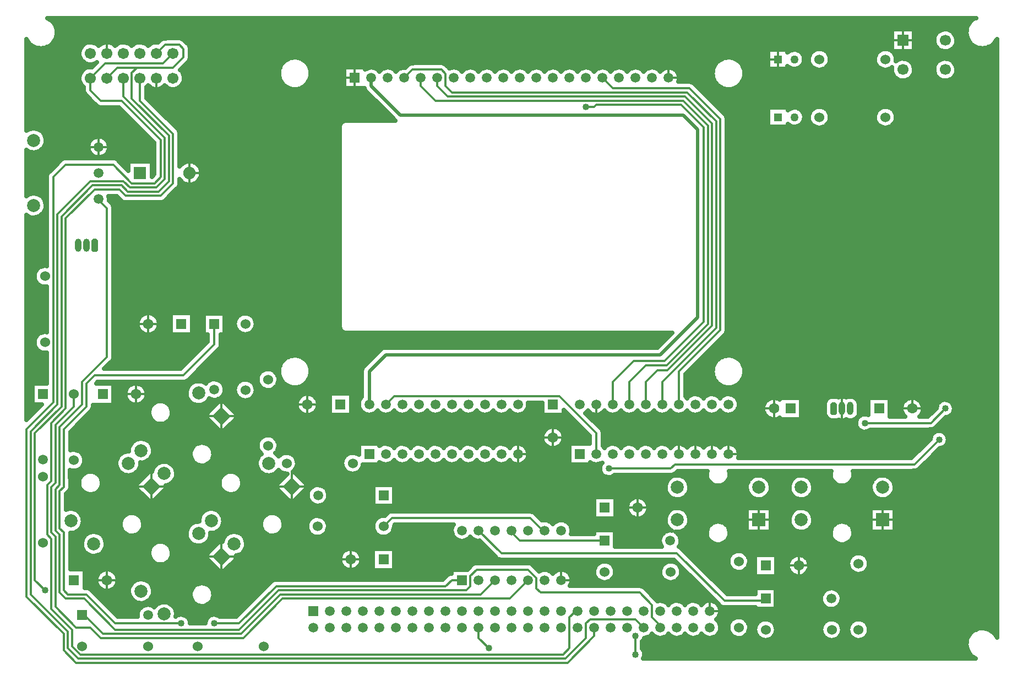
<source format=gbr>
G04 DipTrace 2.4.0.2*
%INBottom.gbr*%
%MOIN*%
%ADD13C,0.02*%
%ADD14C,0.013*%
%ADD15C,0.025*%
%ADD18C,0.063*%
%ADD19R,0.063X0.063*%
%ADD20R,0.0591X0.0591*%
%ADD21C,0.0591*%
%ADD22C,0.05*%
%ADD23R,0.05X0.05*%
%ADD25R,0.0748X0.0748*%
%ADD26C,0.0748*%
%ADD27O,0.0394X0.0787*%
%ADD28C,0.06*%
%ADD29C,0.06*%
%ADD30C,0.0787*%
%ADD31R,0.0787X0.0787*%
%ADD32R,0.0669X0.0669*%
%ADD33C,0.0669*%
%ADD34C,0.067*%
%ADD35C,0.04*%
%FSLAX44Y44*%
G04*
G70*
G90*
G75*
G01*
%LNBottom*%
%LPD*%
X30000Y8375D2*
D14*
Y8250D1*
X30500Y7750D1*
X35625D1*
X28000Y8375D2*
X29375Y7000D1*
X40000D1*
X42875Y4125D1*
X45250D1*
X45375Y4250D1*
X39000Y2500D2*
Y2625D1*
X38500Y3125D1*
Y3875D1*
X37750Y4625D1*
X31750D1*
X31500Y4875D1*
Y5500D1*
X31000Y6000D1*
X27875D1*
X27500Y5625D1*
Y5000D1*
X27250Y4750D1*
X15875D1*
X13500Y2375D1*
X6000D1*
X4125Y4250D1*
X3000D1*
X2625Y4625D1*
Y8125D1*
X2375Y8375D1*
Y10875D1*
X2625Y11125D1*
Y14625D1*
X4000Y16000D1*
Y17375D1*
X5500Y18875D1*
Y27875D1*
X5000Y28375D1*
X4950D1*
X5000Y28425D1*
X36125Y16000D2*
Y17375D1*
X37375Y18625D1*
X39250D1*
X41625Y21000D1*
Y32750D1*
X40250Y34125D1*
X35125D1*
X35000Y34000D1*
X34500D1*
X39125Y16000D2*
Y17375D1*
X42375Y20625D1*
Y33125D1*
X40625Y34875D1*
X26375D1*
X26000Y35250D1*
Y36000D1*
X25750Y36250D1*
X24000D1*
X23500Y35750D1*
X38125Y16000D2*
Y17375D1*
X38810Y18060D1*
X39435D1*
X42125Y20750D1*
Y33000D1*
X40500Y34625D1*
X26125D1*
X25500Y35250D1*
Y35750D1*
X40125Y16000D2*
Y18000D1*
X42625Y20500D1*
Y33250D1*
X40750Y35125D1*
X36125D1*
X35500Y35750D1*
X37125Y16000D2*
Y17375D1*
X38125Y18375D1*
X39375D1*
X41875Y20875D1*
Y32875D1*
X40375Y34375D1*
X25375D1*
X24500Y35250D1*
Y35750D1*
X35125Y13000D2*
Y14250D1*
X32875Y16500D1*
X22875D1*
X22375Y16000D1*
X29000Y5375D2*
X28125Y4500D1*
X16000D1*
X13625Y2125D1*
X5250D1*
X4125Y3250D1*
X4000D1*
X28000Y2500D2*
Y1875D1*
X28625Y1250D1*
X3500Y16625D2*
Y15875D1*
X2375Y14750D1*
Y11250D1*
X2125Y11000D1*
Y8250D1*
X2375Y8000D1*
Y3750D1*
X3625Y2500D1*
X4500D1*
X5125Y1875D1*
X13750D1*
X16125Y4250D1*
X29875D1*
X31000Y5375D1*
X35875Y12125D2*
X39625D1*
X39875Y12375D1*
X54375D1*
X55875Y13875D1*
X34000Y3500D2*
X33875D1*
X33500Y3125D1*
Y1250D1*
X33125Y875D1*
X3875D1*
X3375Y1375D1*
Y2375D1*
X2125Y3625D1*
Y7875D1*
X1875Y8125D1*
Y11125D1*
X2125Y11375D1*
Y14875D1*
X3000Y15750D1*
Y27250D1*
X4750Y29000D1*
X6250D1*
X6625Y28625D1*
X8750D1*
X9500Y29375D1*
Y32375D1*
X7500Y34375D1*
Y35740D1*
X9500Y37240D2*
X8885Y36625D1*
X5385D1*
X4500Y35740D1*
X35000Y2500D2*
Y2000D1*
X33375Y375D1*
X3625D1*
X2875Y1125D1*
Y2125D1*
X625Y4375D1*
Y14500D1*
X2250Y16125D1*
Y29750D1*
X3000Y30500D1*
X5875D1*
X7000Y29375D1*
X8375D1*
X8750Y29750D1*
Y32000D1*
X6375Y34375D1*
X5125D1*
X4500Y35000D1*
Y35740D1*
X38000Y2500D2*
X37500Y3000D1*
X34750D1*
X34500Y2750D1*
Y1875D1*
X33250Y625D1*
X3750D1*
X3125Y1250D1*
Y2250D1*
X875Y4500D1*
Y14375D1*
X2500Y16000D1*
Y27500D1*
X4500Y29500D1*
X6500D1*
X6875Y29125D1*
X8500D1*
X9000Y29625D1*
Y32125D1*
X6500Y34625D1*
Y35740D1*
X5500D2*
X6135Y36375D1*
X7328D1*
X9500D1*
X10125Y37000D1*
Y37500D1*
X9875Y37750D1*
X9010D1*
X8500Y37240D1*
X37500Y2000D2*
Y875D1*
X1750Y4750D2*
X1125Y5375D1*
Y14250D1*
X2750Y15875D1*
Y27375D1*
X4625Y29250D1*
X6375D1*
X6750Y28875D1*
X8625D1*
X9250Y29500D1*
Y32250D1*
X7000Y34500D1*
Y36047D1*
X7328Y36375D1*
X21375Y16000D2*
D13*
Y18000D1*
X22375Y19000D1*
X39000D1*
X41250Y21250D1*
Y32625D1*
X40375Y33500D1*
X23250D1*
X21500Y35250D1*
Y35750D1*
X51375Y14875D2*
D14*
X55375D1*
X56250Y15750D1*
X32000Y8375D2*
X31875D1*
X31125Y9125D1*
X22750D1*
X22250Y8625D1*
X27000Y5375D2*
X26375D1*
X26000Y5000D1*
X15750D1*
X13500Y2750D1*
X12000D1*
X10000D2*
X6000D1*
X4250Y4500D1*
X3125D1*
X2875Y4750D1*
Y8250D1*
X2625Y8500D1*
Y10750D1*
X2875Y11000D1*
Y14500D1*
X4250Y15875D1*
Y17250D1*
X4750Y17750D1*
X10125D1*
X12000Y19625D1*
Y20875D1*
D35*
X34500Y34000D3*
X28625Y1250D3*
X35875Y12125D3*
X55875Y13875D3*
X37500Y2000D3*
Y875D3*
X1750Y4750D3*
X51375Y14875D3*
X56250Y15750D3*
X12000Y2750D3*
X10000D3*
X2254Y39126D2*
D15*
X57746D1*
X2406Y38878D2*
X57594D1*
X2476Y38629D2*
X52996D1*
X54386D2*
X55942D1*
X56558D2*
X57524D1*
X2476Y38380D2*
X52996D1*
X54386D2*
X55661D1*
X56839D2*
X57524D1*
X2410Y38132D2*
X8864D1*
X10019D2*
X52996D1*
X54386D2*
X55563D1*
X56937D2*
X57590D1*
X2261Y37883D2*
X4286D1*
X4714D2*
X5286D1*
X5714D2*
X6286D1*
X6714D2*
X7286D1*
X7714D2*
X8286D1*
X10332D2*
X52996D1*
X54386D2*
X55571D1*
X56929D2*
X57739D1*
X650Y37634D2*
X1059D1*
X1941D2*
X3934D1*
X10527D2*
X52996D1*
X54386D2*
X55680D1*
X56820D2*
X58059D1*
X58941D2*
X59352D1*
X650Y37385D2*
X3821D1*
X10550D2*
X45508D1*
X47429D2*
X48223D1*
X49027D2*
X52223D1*
X54386D2*
X56016D1*
X56484D2*
X59352D1*
X650Y37137D2*
X3813D1*
X10550D2*
X45508D1*
X47668D2*
X48020D1*
X49230D2*
X52020D1*
X53230D2*
X59352D1*
X650Y36888D2*
X3907D1*
X10535D2*
X16422D1*
X17316D2*
X42684D1*
X43578D2*
X45508D1*
X47730D2*
X47965D1*
X49285D2*
X51965D1*
X53285D2*
X53464D1*
X53918D2*
X56024D1*
X56476D2*
X59352D1*
X650Y36639D2*
X4180D1*
X10355D2*
X16106D1*
X17632D2*
X23883D1*
X25867D2*
X42368D1*
X43894D2*
X45508D1*
X47679D2*
X48012D1*
X49238D2*
X52012D1*
X54261D2*
X55680D1*
X56820D2*
X59352D1*
X650Y36391D2*
X4317D1*
X10105D2*
X15957D1*
X17781D2*
X23551D1*
X26199D2*
X42219D1*
X44043D2*
X45508D1*
X47472D2*
X48188D1*
X49062D2*
X52188D1*
X54371D2*
X55571D1*
X56929D2*
X59352D1*
X650Y36142D2*
X3938D1*
X10062D2*
X15891D1*
X17847D2*
X19844D1*
X40019D2*
X42153D1*
X44109D2*
X53004D1*
X54379D2*
X55563D1*
X56937D2*
X59352D1*
X650Y35893D2*
X3825D1*
X10175D2*
X15895D1*
X17847D2*
X19844D1*
X40140D2*
X42153D1*
X44105D2*
X53098D1*
X54281D2*
X55657D1*
X56843D2*
X59352D1*
X650Y35645D2*
X3813D1*
X10187D2*
X15965D1*
X17777D2*
X19844D1*
X40148D2*
X42223D1*
X44035D2*
X53379D1*
X54004D2*
X55938D1*
X56562D2*
X59352D1*
X650Y35396D2*
X3899D1*
X10101D2*
X16121D1*
X17621D2*
X19844D1*
X41070D2*
X42379D1*
X43879D2*
X59352D1*
X650Y35147D2*
X4075D1*
X7925D2*
X8164D1*
X8836D2*
X9164D1*
X9836D2*
X16457D1*
X17281D2*
X19844D1*
X41320D2*
X42719D1*
X43543D2*
X59352D1*
X650Y34899D2*
X4086D1*
X7925D2*
X21211D1*
X41566D2*
X59352D1*
X650Y34650D2*
X4258D1*
X7925D2*
X21461D1*
X41816D2*
X59352D1*
X650Y34401D2*
X4508D1*
X8066D2*
X21707D1*
X42066D2*
X59352D1*
X650Y34153D2*
X4758D1*
X8312D2*
X21957D1*
X42312D2*
X59352D1*
X650Y33904D2*
X6254D1*
X8562D2*
X22207D1*
X42562D2*
X45516D1*
X47398D2*
X48250D1*
X49000D2*
X52250D1*
X53000D2*
X59352D1*
X650Y33655D2*
X6504D1*
X8812D2*
X22454D1*
X42812D2*
X45516D1*
X47664D2*
X48032D1*
X49218D2*
X52032D1*
X53218D2*
X59352D1*
X650Y33406D2*
X6754D1*
X9058D2*
X22704D1*
X43019D2*
X45516D1*
X47734D2*
X47965D1*
X49285D2*
X51965D1*
X53285D2*
X59352D1*
X650Y33158D2*
X7000D1*
X9308D2*
X19856D1*
X43050D2*
X45516D1*
X47695D2*
X48004D1*
X49246D2*
X52004D1*
X53246D2*
X59352D1*
X650Y32909D2*
X7250D1*
X9558D2*
X19582D1*
X43050D2*
X45516D1*
X47504D2*
X48168D1*
X49082D2*
X52168D1*
X53082D2*
X59352D1*
X650Y32660D2*
X809D1*
X1316D2*
X7500D1*
X9804D2*
X19551D1*
X43050D2*
X59352D1*
X1668Y32412D2*
X7746D1*
X9921D2*
X19551D1*
X43050D2*
X59352D1*
X1789Y32163D2*
X4750D1*
X5250D2*
X7996D1*
X9925D2*
X19551D1*
X43050D2*
X59352D1*
X1816Y31914D2*
X4446D1*
X5554D2*
X8246D1*
X9925D2*
X19551D1*
X43050D2*
X59352D1*
X1750Y31666D2*
X4352D1*
X5648D2*
X8325D1*
X9925D2*
X19551D1*
X43050D2*
X59352D1*
X1566Y31417D2*
X4364D1*
X5636D2*
X8325D1*
X9925D2*
X19551D1*
X43050D2*
X59352D1*
X650Y31168D2*
X4493D1*
X5507D2*
X8325D1*
X9925D2*
X19551D1*
X43050D2*
X59352D1*
X650Y30920D2*
X8325D1*
X9925D2*
X19551D1*
X43050D2*
X59352D1*
X650Y30671D2*
X2579D1*
X6296D2*
X6770D1*
X9925D2*
X10243D1*
X10750D2*
X19551D1*
X43050D2*
X59352D1*
X650Y30422D2*
X2332D1*
X6543D2*
X6770D1*
X11089D2*
X19551D1*
X43050D2*
X59352D1*
X650Y30174D2*
X2082D1*
X11207D2*
X19551D1*
X43050D2*
X59352D1*
X650Y29925D2*
X1864D1*
X11226D2*
X19551D1*
X43050D2*
X59352D1*
X650Y29676D2*
X1825D1*
X11152D2*
X19551D1*
X43050D2*
X59352D1*
X650Y29427D2*
X1825D1*
X9925D2*
X10054D1*
X10941D2*
X19551D1*
X43050D2*
X59352D1*
X650Y29179D2*
X1825D1*
X9875D2*
X19551D1*
X43050D2*
X59352D1*
X650Y28930D2*
X1825D1*
X9644D2*
X19551D1*
X43050D2*
X59352D1*
X1418Y28681D2*
X1825D1*
X9398D2*
X19551D1*
X43050D2*
X59352D1*
X1695Y28433D2*
X1828D1*
X5656D2*
X6227D1*
X9148D2*
X19551D1*
X43050D2*
X59352D1*
X5781Y28184D2*
X19551D1*
X43050D2*
X59352D1*
X5921Y27935D2*
X19551D1*
X43050D2*
X59352D1*
X5925Y27687D2*
X19551D1*
X43050D2*
X59352D1*
X1511Y27438D2*
X1825D1*
X5925D2*
X19551D1*
X43050D2*
X59352D1*
X650Y27189D2*
X1825D1*
X5925D2*
X19551D1*
X43050D2*
X59352D1*
X650Y26941D2*
X1825D1*
X5925D2*
X19551D1*
X43050D2*
X59352D1*
X650Y26692D2*
X1825D1*
X5925D2*
X19551D1*
X43050D2*
X59352D1*
X650Y26443D2*
X1825D1*
X5925D2*
X19551D1*
X43050D2*
X59352D1*
X650Y26195D2*
X1825D1*
X5925D2*
X19551D1*
X43050D2*
X59352D1*
X650Y25946D2*
X1825D1*
X5925D2*
X19551D1*
X43050D2*
X59352D1*
X650Y25697D2*
X1825D1*
X5925D2*
X19551D1*
X43050D2*
X59352D1*
X650Y25448D2*
X1825D1*
X5925D2*
X19551D1*
X43050D2*
X59352D1*
X650Y25200D2*
X1825D1*
X5925D2*
X19551D1*
X43050D2*
X59352D1*
X650Y24951D2*
X1825D1*
X5925D2*
X19551D1*
X43050D2*
X59352D1*
X650Y24702D2*
X1825D1*
X5925D2*
X19551D1*
X43050D2*
X59352D1*
X650Y24454D2*
X1825D1*
X5925D2*
X19551D1*
X43050D2*
X59352D1*
X650Y24205D2*
X1282D1*
X5925D2*
X19551D1*
X43050D2*
X59352D1*
X650Y23956D2*
X1125D1*
X5925D2*
X19551D1*
X43050D2*
X59352D1*
X650Y23708D2*
X1090D1*
X5925D2*
X19551D1*
X43050D2*
X59352D1*
X650Y23459D2*
X1161D1*
X5925D2*
X19551D1*
X43050D2*
X59352D1*
X650Y23210D2*
X1391D1*
X5925D2*
X19551D1*
X43050D2*
X59352D1*
X650Y22962D2*
X1825D1*
X5925D2*
X19551D1*
X43050D2*
X59352D1*
X650Y22713D2*
X1825D1*
X5925D2*
X19551D1*
X43050D2*
X59352D1*
X650Y22464D2*
X1825D1*
X5925D2*
X19551D1*
X43050D2*
X59352D1*
X650Y22216D2*
X1825D1*
X5925D2*
X19551D1*
X43050D2*
X59352D1*
X650Y21967D2*
X1825D1*
X5925D2*
X19551D1*
X43050D2*
X59352D1*
X650Y21718D2*
X1825D1*
X5925D2*
X19551D1*
X43050D2*
X59352D1*
X650Y21469D2*
X1825D1*
X5925D2*
X7711D1*
X8289D2*
X9325D1*
X10675D2*
X11344D1*
X12656D2*
X13625D1*
X14125D2*
X19551D1*
X43050D2*
X59352D1*
X650Y21221D2*
X1825D1*
X5925D2*
X7426D1*
X8574D2*
X9325D1*
X10675D2*
X11344D1*
X12656D2*
X13317D1*
X14433D2*
X19551D1*
X43050D2*
X59352D1*
X650Y20972D2*
X1825D1*
X5925D2*
X7332D1*
X8668D2*
X9325D1*
X10675D2*
X11344D1*
X12656D2*
X13223D1*
X14527D2*
X19551D1*
X43050D2*
X59352D1*
X650Y20723D2*
X1825D1*
X5925D2*
X7344D1*
X8656D2*
X9325D1*
X10675D2*
X11344D1*
X12656D2*
X13235D1*
X14515D2*
X19551D1*
X43050D2*
X59352D1*
X650Y20475D2*
X1825D1*
X5925D2*
X7461D1*
X8539D2*
X9325D1*
X10675D2*
X11344D1*
X12656D2*
X13356D1*
X14394D2*
X19653D1*
X43050D2*
X59352D1*
X650Y20226D2*
X1305D1*
X5925D2*
X7942D1*
X8059D2*
X9325D1*
X10675D2*
X11575D1*
X12425D2*
X39586D1*
X42941D2*
X59352D1*
X650Y19977D2*
X1133D1*
X5925D2*
X11575D1*
X12425D2*
X39336D1*
X42691D2*
X59352D1*
X650Y19729D2*
X1090D1*
X5925D2*
X11512D1*
X12425D2*
X39090D1*
X42445D2*
X59352D1*
X650Y19480D2*
X1149D1*
X5925D2*
X11266D1*
X12398D2*
X38840D1*
X42195D2*
X59352D1*
X650Y19231D2*
X1360D1*
X5925D2*
X11016D1*
X12195D2*
X21965D1*
X41945D2*
X59352D1*
X650Y18983D2*
X1825D1*
X5925D2*
X10766D1*
X11949D2*
X21719D1*
X41699D2*
X59352D1*
X650Y18734D2*
X1825D1*
X5898D2*
X10520D1*
X11699D2*
X16235D1*
X17507D2*
X21469D1*
X41449D2*
X42493D1*
X43765D2*
X59352D1*
X650Y18485D2*
X1825D1*
X5699D2*
X10270D1*
X11449D2*
X16020D1*
X17718D2*
X21219D1*
X41199D2*
X42282D1*
X43980D2*
X59352D1*
X650Y18237D2*
X1825D1*
X5453D2*
X10020D1*
X11203D2*
X15914D1*
X17824D2*
X20985D1*
X40953D2*
X42176D1*
X44086D2*
X59352D1*
X650Y17988D2*
X1825D1*
X10953D2*
X14817D1*
X15683D2*
X15887D1*
X17855D2*
X20914D1*
X40703D2*
X42145D1*
X44113D2*
X59352D1*
X650Y17739D2*
X1825D1*
X10703D2*
X14637D1*
X17820D2*
X20914D1*
X40550D2*
X42180D1*
X44082D2*
X59352D1*
X650Y17490D2*
X1825D1*
X10457D2*
X11758D1*
X12242D2*
X13696D1*
X14054D2*
X14590D1*
X17711D2*
X20914D1*
X40550D2*
X42289D1*
X43972D2*
X59352D1*
X650Y17242D2*
X969D1*
X5925D2*
X7020D1*
X7480D2*
X10547D1*
X12554D2*
X13332D1*
X14418D2*
X14645D1*
X15855D2*
X16250D1*
X17492D2*
X20914D1*
X40550D2*
X42508D1*
X43750D2*
X59352D1*
X650Y16993D2*
X969D1*
X5925D2*
X6688D1*
X7812D2*
X10360D1*
X12648D2*
X13227D1*
X14523D2*
X14844D1*
X15656D2*
X20914D1*
X40550D2*
X59352D1*
X650Y16744D2*
X969D1*
X5925D2*
X6586D1*
X7914D2*
X10293D1*
X12636D2*
X13227D1*
X14523D2*
X20914D1*
X40550D2*
X59352D1*
X650Y16496D2*
X969D1*
X5925D2*
X6586D1*
X7914D2*
X10317D1*
X12511D2*
X13340D1*
X14410D2*
X17184D1*
X18074D2*
X18954D1*
X20304D2*
X20914D1*
X40550D2*
X40714D1*
X41539D2*
X41714D1*
X42539D2*
X42714D1*
X43539D2*
X59352D1*
X650Y16247D2*
X969D1*
X5925D2*
X6696D1*
X7804D2*
X10438D1*
X11652D2*
X13758D1*
X13995D2*
X17004D1*
X18257D2*
X18954D1*
X20304D2*
X20770D1*
X43730D2*
X45430D1*
X47550D2*
X49012D1*
X50964D2*
X51575D1*
X52925D2*
X53805D1*
X54695D2*
X56028D1*
X56472D2*
X59352D1*
X650Y15998D2*
X969D1*
X5925D2*
X7051D1*
X7449D2*
X8243D1*
X9250D2*
X10778D1*
X11308D2*
X12086D1*
X12789D2*
X16954D1*
X18304D2*
X18954D1*
X20304D2*
X20719D1*
X31031D2*
X31825D1*
X43781D2*
X45250D1*
X47550D2*
X48942D1*
X51054D2*
X51575D1*
X52925D2*
X53625D1*
X54875D2*
X55750D1*
X56750D2*
X59352D1*
X650Y15750D2*
X1286D1*
X4656D2*
X8079D1*
X9418D2*
X11836D1*
X13035D2*
X17004D1*
X18254D2*
X18954D1*
X20304D2*
X20770D1*
X30980D2*
X31825D1*
X43730D2*
X45200D1*
X47550D2*
X48942D1*
X51058D2*
X51575D1*
X52925D2*
X53575D1*
X54925D2*
X55661D1*
X56808D2*
X59352D1*
X650Y15501D2*
X1036D1*
X4468D2*
X8032D1*
X9461D2*
X11590D1*
X13281D2*
X17188D1*
X18070D2*
X18954D1*
X20304D2*
X20965D1*
X21785D2*
X21964D1*
X22785D2*
X22964D1*
X23785D2*
X23964D1*
X24785D2*
X24964D1*
X25785D2*
X25964D1*
X26785D2*
X26964D1*
X27785D2*
X27964D1*
X28785D2*
X28964D1*
X29785D2*
X29964D1*
X30785D2*
X31825D1*
X34535D2*
X34714D1*
X35535D2*
X35714D1*
X36535D2*
X36714D1*
X37535D2*
X37714D1*
X38535D2*
X38714D1*
X39535D2*
X39714D1*
X40535D2*
X40714D1*
X41535D2*
X41714D1*
X42535D2*
X42714D1*
X43535D2*
X45250D1*
X47550D2*
X48942D1*
X51054D2*
X51575D1*
X52925D2*
X53625D1*
X54875D2*
X55411D1*
X56750D2*
X59352D1*
X650Y15252D2*
X786D1*
X4218D2*
X8079D1*
X9414D2*
X11520D1*
X13351D2*
X33532D1*
X34714D2*
X45434D1*
X47550D2*
X49012D1*
X56472D2*
X59352D1*
X3968Y15004D2*
X8246D1*
X9246D2*
X11672D1*
X13203D2*
X33782D1*
X34961D2*
X50832D1*
X56093D2*
X59352D1*
X3722Y14755D2*
X11918D1*
X12953D2*
X34028D1*
X35211D2*
X50829D1*
X55847D2*
X59352D1*
X3472Y14506D2*
X12168D1*
X12703D2*
X32067D1*
X32933D2*
X34278D1*
X35457D2*
X50961D1*
X55554D2*
X59352D1*
X3300Y14258D2*
X31879D1*
X33121D2*
X34528D1*
X35550D2*
X55477D1*
X56273D2*
X59352D1*
X3300Y14009D2*
X14844D1*
X15656D2*
X31825D1*
X33175D2*
X34700D1*
X35550D2*
X55332D1*
X56418D2*
X59352D1*
X3300Y13760D2*
X7067D1*
X8062D2*
X14645D1*
X15855D2*
X31871D1*
X33129D2*
X34700D1*
X35550D2*
X55168D1*
X56421D2*
X59352D1*
X3300Y13511D2*
X6879D1*
X8250D2*
X10770D1*
X11738D2*
X14590D1*
X15910D2*
X20719D1*
X22769D2*
X22981D1*
X23769D2*
X23981D1*
X24769D2*
X24981D1*
X25769D2*
X25981D1*
X26769D2*
X26981D1*
X27769D2*
X27981D1*
X28769D2*
X28981D1*
X29769D2*
X29981D1*
X30769D2*
X32047D1*
X32953D2*
X33469D1*
X35550D2*
X35731D1*
X36519D2*
X36731D1*
X37519D2*
X37731D1*
X38519D2*
X38731D1*
X39519D2*
X39731D1*
X40519D2*
X40731D1*
X41519D2*
X41731D1*
X42519D2*
X42731D1*
X43519D2*
X54922D1*
X56293D2*
X59352D1*
X3300Y13263D2*
X6813D1*
X8316D2*
X10590D1*
X11914D2*
X14637D1*
X15863D2*
X20719D1*
X30972D2*
X33469D1*
X43722D2*
X54672D1*
X55855D2*
X59352D1*
X4027Y13014D2*
X6325D1*
X8293D2*
X10539D1*
X11968D2*
X14817D1*
X15761D2*
X16082D1*
X16668D2*
X20082D1*
X31031D2*
X33469D1*
X43781D2*
X54422D1*
X55605D2*
X59352D1*
X4144Y12765D2*
X6118D1*
X8168D2*
X10579D1*
X11925D2*
X14618D1*
X16945D2*
X19805D1*
X30984D2*
X33469D1*
X55355D2*
X59352D1*
X4152Y12517D2*
X6043D1*
X7824D2*
X8739D1*
X9175D2*
X10735D1*
X11773D2*
X14543D1*
X17031D2*
X19719D1*
X22804D2*
X22944D1*
X23804D2*
X23944D1*
X24804D2*
X24944D1*
X25804D2*
X25944D1*
X26804D2*
X26944D1*
X27804D2*
X27944D1*
X28804D2*
X28944D1*
X29804D2*
X29944D1*
X30804D2*
X33469D1*
X55109D2*
X59352D1*
X4050Y12268D2*
X6059D1*
X7527D2*
X8360D1*
X9550D2*
X14559D1*
X17011D2*
X19739D1*
X21011D2*
X35336D1*
X54859D2*
X59352D1*
X3714Y12019D2*
X6172D1*
X7418D2*
X8231D1*
X9679D2*
X14672D1*
X16879D2*
X19871D1*
X20879D2*
X35325D1*
X54582D2*
X59352D1*
X3300Y11771D2*
X4016D1*
X4976D2*
X6473D1*
X7117D2*
X7856D1*
X9707D2*
X12516D1*
X13476D2*
X14973D1*
X15617D2*
X16356D1*
X17015D2*
X35450D1*
X39836D2*
X41786D1*
X43214D2*
X49286D1*
X50714D2*
X59352D1*
X3300Y11522D2*
X3836D1*
X5156D2*
X7610D1*
X9648D2*
X12336D1*
X13656D2*
X16110D1*
X17261D2*
X39524D1*
X40554D2*
X41832D1*
X43168D2*
X44446D1*
X45476D2*
X47024D1*
X48054D2*
X49332D1*
X50668D2*
X51946D1*
X52976D2*
X59352D1*
X3300Y11273D2*
X3782D1*
X5211D2*
X7360D1*
X9468D2*
X12282D1*
X13711D2*
X15860D1*
X17511D2*
X39344D1*
X40734D2*
X42000D1*
X43000D2*
X44266D1*
X45656D2*
X46844D1*
X48234D2*
X49500D1*
X50500D2*
X51766D1*
X53156D2*
X59352D1*
X3300Y11025D2*
X3821D1*
X5171D2*
X7270D1*
X9101D2*
X12321D1*
X13671D2*
X15770D1*
X17601D2*
X17899D1*
X18648D2*
X21594D1*
X22906D2*
X39286D1*
X40793D2*
X44207D1*
X45714D2*
X46786D1*
X48293D2*
X51707D1*
X53214D2*
X59352D1*
X3230Y10776D2*
X3973D1*
X5019D2*
X7399D1*
X8972D2*
X12473D1*
X13519D2*
X15899D1*
X17472D2*
X17684D1*
X18867D2*
X21594D1*
X22906D2*
X39317D1*
X40761D2*
X44239D1*
X45683D2*
X46817D1*
X48261D2*
X51739D1*
X53183D2*
X59352D1*
X3050Y10527D2*
X7649D1*
X8726D2*
X16149D1*
X17226D2*
X17618D1*
X18929D2*
X21594D1*
X22906D2*
X39446D1*
X40632D2*
X44368D1*
X45554D2*
X46946D1*
X48132D2*
X51868D1*
X53054D2*
X59352D1*
X3050Y10279D2*
X7895D1*
X8476D2*
X16395D1*
X16976D2*
X17661D1*
X18890D2*
X21594D1*
X22906D2*
X34950D1*
X36300D2*
X37223D1*
X38027D2*
X39832D1*
X40246D2*
X44754D1*
X45168D2*
X47332D1*
X47746D2*
X52254D1*
X52668D2*
X59352D1*
X3050Y10030D2*
X17829D1*
X18718D2*
X21594D1*
X22906D2*
X34950D1*
X36300D2*
X37012D1*
X38238D2*
X59352D1*
X3050Y9781D2*
X34950D1*
X36300D2*
X36950D1*
X38300D2*
X59352D1*
X3785Y9532D2*
X11344D1*
X12285D2*
X34950D1*
X36300D2*
X36989D1*
X38261D2*
X39500D1*
X40578D2*
X44207D1*
X45714D2*
X47000D1*
X48078D2*
X51707D1*
X53214D2*
X59352D1*
X3988Y9284D2*
X6543D1*
X7461D2*
X11137D1*
X12488D2*
X15043D1*
X15961D2*
X22317D1*
X31558D2*
X34950D1*
X36300D2*
X37149D1*
X38101D2*
X39336D1*
X40742D2*
X44207D1*
X45714D2*
X46836D1*
X48242D2*
X51707D1*
X53214D2*
X59352D1*
X4062Y9035D2*
X6352D1*
X7656D2*
X11063D1*
X12562D2*
X14852D1*
X16156D2*
X17739D1*
X18761D2*
X21739D1*
X31804D2*
X39286D1*
X40793D2*
X44207D1*
X45714D2*
X46786D1*
X48293D2*
X51707D1*
X53214D2*
X59352D1*
X4046Y8786D2*
X6289D1*
X7714D2*
X10606D1*
X12546D2*
X14789D1*
X16214D2*
X17610D1*
X18890D2*
X21610D1*
X33504D2*
X39325D1*
X40757D2*
X42071D1*
X42929D2*
X44207D1*
X45714D2*
X46825D1*
X48257D2*
X49571D1*
X50429D2*
X51707D1*
X53214D2*
X59352D1*
X3937Y8538D2*
X6321D1*
X7683D2*
X10379D1*
X12437D2*
X14821D1*
X16183D2*
X17598D1*
X18902D2*
X21598D1*
X22902D2*
X26368D1*
X33632D2*
X39465D1*
X40613D2*
X41860D1*
X43140D2*
X44207D1*
X45714D2*
X46965D1*
X48113D2*
X49360D1*
X50640D2*
X51707D1*
X53214D2*
X59352D1*
X3632Y8289D2*
X4610D1*
X4806D2*
X6461D1*
X7543D2*
X10297D1*
X12132D2*
X13110D1*
X13306D2*
X14961D1*
X16043D2*
X17688D1*
X18812D2*
X21688D1*
X22812D2*
X26352D1*
X33648D2*
X34969D1*
X36281D2*
X39250D1*
X40117D2*
X41789D1*
X43211D2*
X44207D1*
X45714D2*
X47461D1*
X47617D2*
X49289D1*
X50711D2*
X51707D1*
X53214D2*
X59352D1*
X3300Y8040D2*
X4129D1*
X5281D2*
X10305D1*
X11785D2*
X12629D1*
X13781D2*
X17977D1*
X18523D2*
X21977D1*
X22523D2*
X26442D1*
X36281D2*
X39016D1*
X40187D2*
X41813D1*
X43187D2*
X49313D1*
X50687D2*
X59352D1*
X3300Y7792D2*
X3989D1*
X5421D2*
X10407D1*
X11683D2*
X12489D1*
X13921D2*
X26735D1*
X27265D2*
X27735D1*
X36281D2*
X38946D1*
X40254D2*
X41942D1*
X43058D2*
X49442D1*
X50558D2*
X59352D1*
X3300Y7543D2*
X3954D1*
X5461D2*
X8293D1*
X9199D2*
X10676D1*
X11410D2*
X12129D1*
X13961D2*
X28243D1*
X36281D2*
X38981D1*
X40222D2*
X42403D1*
X42598D2*
X49903D1*
X50098D2*
X59352D1*
X3300Y7294D2*
X4004D1*
X5406D2*
X8098D1*
X9398D2*
X11879D1*
X13906D2*
X28489D1*
X40296D2*
X59352D1*
X3300Y7046D2*
X4168D1*
X5242D2*
X8036D1*
X9461D2*
X11633D1*
X13742D2*
X19731D1*
X20769D2*
X21575D1*
X22925D2*
X28739D1*
X40546D2*
X43399D1*
X44101D2*
X59352D1*
X3300Y6797D2*
X8063D1*
X9429D2*
X11520D1*
X13351D2*
X19598D1*
X20902D2*
X21575D1*
X22925D2*
X28989D1*
X40793D2*
X43164D1*
X44336D2*
X44700D1*
X46050D2*
X47000D1*
X47750D2*
X50500D1*
X51500D2*
X59352D1*
X3300Y6548D2*
X8204D1*
X9289D2*
X11625D1*
X13246D2*
X19579D1*
X20921D2*
X21575D1*
X22925D2*
X39860D1*
X41043D2*
X43090D1*
X44410D2*
X44700D1*
X46050D2*
X46774D1*
X47976D2*
X50364D1*
X51636D2*
X59352D1*
X3300Y6300D2*
X11875D1*
X12996D2*
X19664D1*
X20836D2*
X21575D1*
X22925D2*
X27586D1*
X31289D2*
X35129D1*
X36121D2*
X39129D1*
X41293D2*
X43121D1*
X44379D2*
X44700D1*
X46050D2*
X46704D1*
X48046D2*
X50344D1*
X51656D2*
X59352D1*
X3300Y6051D2*
X12125D1*
X12750D2*
X19922D1*
X20578D2*
X21575D1*
X22925D2*
X27336D1*
X31539D2*
X34989D1*
X36261D2*
X38989D1*
X41539D2*
X43278D1*
X44222D2*
X44700D1*
X46050D2*
X46731D1*
X48019D2*
X50430D1*
X51570D2*
X59352D1*
X4175Y5802D2*
X4985D1*
X6015D2*
X26344D1*
X33488D2*
X34969D1*
X36281D2*
X38969D1*
X40281D2*
X40606D1*
X41789D2*
X44700D1*
X46050D2*
X46879D1*
X47871D2*
X50700D1*
X51300D2*
X59352D1*
X4175Y5553D2*
X4852D1*
X6148D2*
X25961D1*
X33629D2*
X35051D1*
X36199D2*
X39051D1*
X40199D2*
X40856D1*
X42039D2*
X59352D1*
X4175Y5305D2*
X4829D1*
X6171D2*
X7125D1*
X8004D2*
X15465D1*
X33652D2*
X35321D1*
X35929D2*
X39321D1*
X39929D2*
X41106D1*
X42285D2*
X59352D1*
X4175Y5056D2*
X4911D1*
X6089D2*
X6899D1*
X8226D2*
X10825D1*
X11679D2*
X15215D1*
X33570D2*
X41352D1*
X42535D2*
X59352D1*
X4531Y4807D2*
X5157D1*
X5843D2*
X6817D1*
X8312D2*
X10614D1*
X11894D2*
X14965D1*
X38160D2*
X41602D1*
X42785D2*
X44719D1*
X46031D2*
X49032D1*
X49671D2*
X59352D1*
X4781Y4559D2*
X6825D1*
X8304D2*
X10539D1*
X11964D2*
X14719D1*
X38406D2*
X41852D1*
X43031D2*
X44719D1*
X46031D2*
X48778D1*
X49925D2*
X59352D1*
X5031Y4310D2*
X6926D1*
X8199D2*
X10563D1*
X11941D2*
X14469D1*
X38656D2*
X42098D1*
X46031D2*
X48700D1*
X50004D2*
X59352D1*
X5281Y4061D2*
X7200D1*
X7929D2*
X10696D1*
X11812D2*
X14219D1*
X39312D2*
X39688D1*
X40312D2*
X40688D1*
X41312D2*
X41688D1*
X46031D2*
X48727D1*
X49976D2*
X59352D1*
X5527Y3813D2*
X7668D1*
X9511D2*
X11149D1*
X11359D2*
X13973D1*
X46031D2*
X48871D1*
X49832D2*
X59352D1*
X5777Y3564D2*
X7407D1*
X9664D2*
X13723D1*
X42652D2*
X59352D1*
X6027Y3315D2*
X7325D1*
X9711D2*
X13473D1*
X42629D2*
X59352D1*
X10457Y3067D2*
X11543D1*
X42484D2*
X43438D1*
X44062D2*
X59352D1*
X10554Y2818D2*
X11446D1*
X42570D2*
X43176D1*
X44324D2*
X44895D1*
X45855D2*
X48895D1*
X49855D2*
X50520D1*
X51480D2*
X59352D1*
X42652Y2569D2*
X43094D1*
X44406D2*
X44746D1*
X46004D2*
X48746D1*
X50004D2*
X50371D1*
X51629D2*
X59352D1*
X42629Y2321D2*
X43118D1*
X44382D2*
X44719D1*
X46031D2*
X48719D1*
X50031D2*
X50344D1*
X51656D2*
X57977D1*
X59023D2*
X59352D1*
X42488Y2072D2*
X43254D1*
X44246D2*
X44793D1*
X45957D2*
X48793D1*
X49957D2*
X50418D1*
X51582D2*
X57704D1*
X38031Y1823D2*
X45036D1*
X45714D2*
X49036D1*
X49714D2*
X50661D1*
X51339D2*
X57571D1*
X37925Y1574D2*
X57520D1*
X37925Y1326D2*
X57532D1*
X38019Y1077D2*
X57614D1*
X38058Y828D2*
X57789D1*
X8649Y20850D2*
X8633Y20726D1*
X8593Y20608D1*
X8531Y20500D1*
X8449Y20405D1*
X8351Y20328D1*
X8240Y20271D1*
X8120Y20236D1*
X7996Y20225D1*
X7872Y20238D1*
X7752Y20274D1*
X7642Y20332D1*
X7545Y20411D1*
X7465Y20506D1*
X7404Y20616D1*
X7365Y20734D1*
X7350Y20858D1*
X7359Y20983D1*
X7391Y21103D1*
X7446Y21215D1*
X7521Y21315D1*
X7614Y21398D1*
X7721Y21462D1*
X7839Y21505D1*
X7962Y21524D1*
X8087Y21519D1*
X8208Y21491D1*
X8322Y21439D1*
X8424Y21367D1*
X8510Y21277D1*
X8578Y21172D1*
X8624Y21056D1*
X8647Y20934D1*
X8649Y20850D1*
X9475Y21525D2*
X10650D1*
Y20225D1*
X9350D1*
Y21525D1*
X9475D1*
X6149Y5350D2*
X6133Y5226D1*
X6093Y5108D1*
X6031Y5000D1*
X5949Y4905D1*
X5851Y4828D1*
X5740Y4771D1*
X5620Y4736D1*
X5496Y4725D1*
X5372Y4738D1*
X5252Y4774D1*
X5142Y4832D1*
X5045Y4911D1*
X4965Y5006D1*
X4904Y5116D1*
X4865Y5234D1*
X4850Y5358D1*
X4859Y5483D1*
X4891Y5603D1*
X4946Y5715D1*
X5021Y5815D1*
X5114Y5898D1*
X5221Y5962D1*
X5339Y6005D1*
X5462Y6024D1*
X5587Y6019D1*
X5708Y5991D1*
X5822Y5939D1*
X5924Y5867D1*
X6010Y5777D1*
X6078Y5672D1*
X6124Y5556D1*
X6147Y5434D1*
X6149Y5350D1*
X3276Y6025D2*
X4150D1*
Y4896D1*
X4250Y4900D1*
X4373Y4881D1*
X4487Y4822D1*
X4710Y4606D1*
X6165Y3150D1*
X7355D1*
X7346Y3270D1*
X7363Y3394D1*
X7403Y3512D1*
X7466Y3620D1*
X7549Y3713D1*
X7648Y3788D1*
X7761Y3842D1*
X7882Y3873D1*
X8006Y3880D1*
X8130Y3861D1*
X8247Y3819D1*
X8368Y3745D1*
X8450Y3839D1*
X8547Y3917D1*
X8656Y3978D1*
X8774Y4020D1*
X8897Y4040D1*
X9022D1*
X9145Y4018D1*
X9262Y3975D1*
X9371Y3913D1*
X9467Y3834D1*
X9548Y3739D1*
X9612Y3632D1*
X9656Y3515D1*
X9681Y3393D1*
X9685Y3314D1*
X9669Y3171D1*
X9740Y3218D1*
X9856Y3265D1*
X9979Y3285D1*
X10103Y3275D1*
X10222Y3237D1*
X10329Y3172D1*
X10417Y3085D1*
X10484Y2979D1*
X10523Y2861D1*
X10532Y2774D1*
X11465Y2775D1*
X11500Y2940D1*
X11557Y3051D1*
X11639Y3145D1*
X11740Y3218D1*
X11856Y3265D1*
X11979Y3285D1*
X12103Y3275D1*
X12222Y3237D1*
X12329Y3172D1*
X12354Y3148D1*
X13332Y3150D1*
X15467Y5283D1*
X15568Y5356D1*
X15690Y5395D1*
X16000Y5400D1*
X25832D1*
X26092Y5658D1*
X26193Y5731D1*
X26315Y5770D1*
X26370Y5775D1*
Y6005D1*
X27311D1*
X27592Y6283D1*
X27693Y6356D1*
X27815Y6395D1*
X28125Y6400D1*
X31000D1*
X31123Y6381D1*
X31237Y6322D1*
X31460Y6106D1*
X31661Y5904D1*
X31784Y5967D1*
X31905Y5998D1*
X32030Y6005D1*
X32153Y5986D1*
X32271Y5944D1*
X32378Y5880D1*
X32470Y5795D1*
X32500Y5754D1*
X32554Y5821D1*
X32651Y5900D1*
X32761Y5958D1*
X32881Y5994D1*
X33005Y6005D1*
X33129Y5992D1*
X33248Y5954D1*
X33357Y5894D1*
X33453Y5814D1*
X33530Y5716D1*
X33587Y5605D1*
X33621Y5485D1*
X33630Y5350D1*
X33613Y5226D1*
X33571Y5109D1*
X33524Y5025D1*
X37750D1*
X37873Y5006D1*
X37987Y4947D1*
X38210Y4731D1*
X38822Y4111D1*
X39030Y4130D1*
X39153Y4111D1*
X39271Y4069D1*
X39378Y4005D1*
X39470Y3920D1*
X39500Y3879D1*
X39572Y3963D1*
X39672Y4038D1*
X39784Y4092D1*
X39905Y4123D1*
X40030Y4130D1*
X40153Y4111D1*
X40271Y4069D1*
X40378Y4005D1*
X40470Y3920D1*
X40500Y3879D1*
X40572Y3963D1*
X40672Y4038D1*
X40784Y4092D1*
X40905Y4123D1*
X41030Y4130D1*
X41153Y4111D1*
X41271Y4069D1*
X41378Y4005D1*
X41470Y3920D1*
X41500Y3879D1*
X41554Y3946D1*
X41651Y4025D1*
X41761Y4083D1*
X41881Y4119D1*
X42005Y4130D1*
X42129Y4117D1*
X42248Y4079D1*
X42357Y4019D1*
X42453Y3939D1*
X42530Y3841D1*
X42587Y3730D1*
X42621Y3610D1*
X42630Y3475D1*
X42613Y3351D1*
X42571Y3234D1*
X42508Y3126D1*
X42424Y3034D1*
X42384Y3000D1*
X42470Y2920D1*
X42543Y2820D1*
X42596Y2706D1*
X42625Y2585D1*
X42630Y2500D1*
X42618Y2376D1*
X42581Y2257D1*
X42522Y2147D1*
X42442Y2051D1*
X42345Y1973D1*
X42234Y1915D1*
X42114Y1880D1*
X41990Y1870D1*
X41866Y1884D1*
X41747Y1923D1*
X41639Y1984D1*
X41544Y2065D1*
X41503Y2117D1*
X41442Y2051D1*
X41345Y1973D1*
X41234Y1915D1*
X41114Y1880D1*
X40990Y1870D1*
X40866Y1884D1*
X40747Y1923D1*
X40639Y1984D1*
X40544Y2065D1*
X40503Y2117D1*
X40442Y2051D1*
X40345Y1973D1*
X40234Y1915D1*
X40114Y1880D1*
X39990Y1870D1*
X39866Y1884D1*
X39747Y1923D1*
X39639Y1984D1*
X39544Y2065D1*
X39503Y2117D1*
X39442Y2051D1*
X39345Y1973D1*
X39234Y1915D1*
X39114Y1880D1*
X38990Y1870D1*
X38866Y1884D1*
X38747Y1923D1*
X38639Y1984D1*
X38544Y2065D1*
X38503Y2117D1*
X38442Y2051D1*
X38345Y1973D1*
X38234Y1915D1*
X38114Y1880D1*
X38017Y1872D1*
X37978Y1759D1*
X37900Y1647D1*
Y1230D1*
X37984Y1104D1*
X38023Y986D1*
X38035Y875D1*
X38020Y751D1*
X37971Y624D1*
X58105Y625D1*
X57925Y732D1*
X57830Y813D1*
X57746Y906D1*
X57675Y1009D1*
X57619Y1120D1*
X57577Y1237D1*
X57550Y1360D1*
X57540Y1484D1*
X57546Y1609D1*
X57568Y1732D1*
X57606Y1851D1*
X57659Y1964D1*
X57727Y2069D1*
X57807Y2165D1*
X57899Y2249D1*
X58002Y2321D1*
X58112Y2378D1*
X58230Y2421D1*
X58352Y2448D1*
X58476Y2460D1*
X58601Y2455D1*
X58724Y2433D1*
X58843Y2397D1*
X58957Y2344D1*
X59063Y2278D1*
X59159Y2198D1*
X59244Y2107D1*
X59316Y2005D1*
X59376Y1891D1*
X59375Y15250D1*
Y38105D1*
X59264Y37918D1*
X59182Y37824D1*
X59088Y37741D1*
X58985Y37671D1*
X58873Y37615D1*
X58755Y37574D1*
X58633Y37549D1*
X58508Y37540D1*
X58383Y37547D1*
X58261Y37570D1*
X58142Y37609D1*
X58029Y37663D1*
X57925Y37732D1*
X57830Y37813D1*
X57746Y37906D1*
X57675Y38009D1*
X57619Y38120D1*
X57577Y38237D1*
X57550Y38360D1*
X57540Y38484D1*
X57546Y38609D1*
X57568Y38732D1*
X57606Y38851D1*
X57659Y38964D1*
X57727Y39069D1*
X57807Y39165D1*
X57899Y39249D1*
X58002Y39321D1*
X58109Y39377D1*
X47125Y39375D1*
X1895D1*
X2063Y39278D1*
X2159Y39198D1*
X2244Y39107D1*
X2316Y39005D1*
X2375Y38895D1*
X2419Y38778D1*
X2447Y38656D1*
X2460Y38500D1*
X2452Y38375D1*
X2428Y38253D1*
X2388Y38134D1*
X2333Y38022D1*
X2264Y37918D1*
X2182Y37824D1*
X2088Y37741D1*
X1985Y37671D1*
X1873Y37615D1*
X1755Y37574D1*
X1633Y37549D1*
X1508Y37540D1*
X1383Y37547D1*
X1261Y37570D1*
X1142Y37609D1*
X1029Y37663D1*
X925Y37732D1*
X830Y37813D1*
X746Y37906D1*
X675Y38009D1*
X624Y38109D1*
X625Y32551D1*
X763Y32633D1*
X881Y32674D1*
X1004Y32695D1*
X1129Y32694D1*
X1252Y32672D1*
X1369Y32630D1*
X1478Y32568D1*
X1574Y32488D1*
X1655Y32393D1*
X1719Y32286D1*
X1763Y32169D1*
X1787Y32047D1*
X1792Y31969D1*
X1781Y31844D1*
X1749Y31723D1*
X1697Y31610D1*
X1627Y31507D1*
X1540Y31417D1*
X1439Y31344D1*
X1327Y31289D1*
X1207Y31254D1*
X1083Y31240D1*
X958Y31247D1*
X836Y31276D1*
X722Y31325D1*
X627Y31386D1*
X625Y28613D1*
X763Y28696D1*
X881Y28737D1*
X1004Y28758D1*
X1129Y28757D1*
X1252Y28735D1*
X1369Y28693D1*
X1478Y28631D1*
X1574Y28551D1*
X1655Y28456D1*
X1719Y28349D1*
X1763Y28232D1*
X1787Y28110D1*
X1792Y28031D1*
X1781Y27907D1*
X1749Y27786D1*
X1697Y27673D1*
X1627Y27570D1*
X1540Y27480D1*
X1439Y27407D1*
X1327Y27352D1*
X1207Y27317D1*
X1083Y27303D1*
X958Y27310D1*
X836Y27339D1*
X722Y27388D1*
X627Y27449D1*
X625Y18625D1*
Y15066D1*
X1555Y15995D1*
X995D1*
Y17255D1*
X1850D1*
Y19121D1*
X1747Y19115D1*
X1623Y19128D1*
X1504Y19165D1*
X1394Y19224D1*
X1298Y19304D1*
X1220Y19401D1*
X1162Y19511D1*
X1126Y19631D1*
X1115Y19755D1*
X1128Y19879D1*
X1166Y19998D1*
X1225Y20108D1*
X1306Y20203D1*
X1403Y20282D1*
X1513Y20339D1*
X1633Y20374D1*
X1758Y20385D1*
X1847Y20375D1*
X1850Y21625D1*
Y23121D1*
X1747Y23115D1*
X1623Y23128D1*
X1504Y23165D1*
X1394Y23224D1*
X1298Y23304D1*
X1220Y23401D1*
X1162Y23511D1*
X1126Y23631D1*
X1115Y23755D1*
X1128Y23879D1*
X1166Y23998D1*
X1225Y24108D1*
X1306Y24203D1*
X1403Y24282D1*
X1513Y24339D1*
X1633Y24374D1*
X1758Y24385D1*
X1847Y24375D1*
X1850Y25625D1*
Y29750D1*
X1869Y29873D1*
X1928Y29987D1*
X2144Y30210D1*
X2717Y30783D1*
X2818Y30856D1*
X2940Y30895D1*
X3250Y30900D1*
X5875D1*
X5998Y30881D1*
X6112Y30822D1*
X6335Y30606D1*
X6796Y30145D1*
X6795Y30709D1*
X8213D1*
Y29775D1*
X8349Y29915D1*
X8350Y31832D1*
X6210Y33974D1*
X5125Y33975D1*
X5002Y33994D1*
X4888Y34053D1*
X4665Y34269D1*
X4217Y34717D1*
X4144Y34818D1*
X4105Y34940D1*
X4100Y35199D1*
X3995Y35300D1*
X3922Y35401D1*
X3869Y35515D1*
X3838Y35636D1*
X3830Y35760D1*
X3846Y35884D1*
X3884Y36003D1*
X3943Y36113D1*
X4022Y36209D1*
X4117Y36290D1*
X4226Y36351D1*
X4344Y36392D1*
X4468Y36409D1*
X4596Y36403D1*
X4888Y36694D1*
X4792Y36637D1*
X4675Y36593D1*
X4552Y36572D1*
X4428Y36574D1*
X4305Y36599D1*
X4190Y36646D1*
X4085Y36714D1*
X3995Y36800D1*
X3922Y36901D1*
X3869Y37015D1*
X3838Y37136D1*
X3830Y37260D1*
X3846Y37384D1*
X3884Y37503D1*
X3943Y37613D1*
X4022Y37709D1*
X4117Y37790D1*
X4226Y37851D1*
X4344Y37892D1*
X4468Y37909D1*
X4592Y37904D1*
X4714Y37875D1*
X4828Y37824D1*
X4931Y37753D1*
X4999Y37684D1*
X5077Y37760D1*
X5181Y37829D1*
X5296Y37878D1*
X5418Y37905D1*
X5543Y37909D1*
X5666Y37889D1*
X5783Y37847D1*
X5891Y37784D1*
X5985Y37702D1*
X6000Y37686D1*
X6117Y37790D1*
X6226Y37851D1*
X6344Y37892D1*
X6468Y37909D1*
X6592Y37904D1*
X6714Y37875D1*
X6828Y37824D1*
X6931Y37753D1*
X6999Y37684D1*
X7117Y37790D1*
X7226Y37851D1*
X7344Y37892D1*
X7468Y37909D1*
X7592Y37904D1*
X7714Y37875D1*
X7828Y37824D1*
X7931Y37753D1*
X7999Y37684D1*
X8117Y37790D1*
X8226Y37851D1*
X8344Y37892D1*
X8468Y37909D1*
X8596Y37903D1*
X8727Y38033D1*
X8828Y38106D1*
X8950Y38145D1*
X9260Y38150D1*
X9875D1*
X9998Y38131D1*
X10112Y38072D1*
X10335Y37856D1*
X10408Y37783D1*
X10481Y37682D1*
X10520Y37560D1*
X10525Y37250D1*
Y37000D1*
X10506Y36877D1*
X10447Y36763D1*
X10231Y36540D1*
X9936Y36245D1*
X10018Y36165D1*
X10088Y36061D1*
X10137Y35946D1*
X10165Y35825D1*
X10170Y35740D1*
X10158Y35616D1*
X10124Y35496D1*
X10068Y35384D1*
X9992Y35285D1*
X9899Y35202D1*
X9792Y35137D1*
X9675Y35093D1*
X9552Y35072D1*
X9428Y35074D1*
X9305Y35099D1*
X9190Y35146D1*
X9085Y35214D1*
X9003Y35292D1*
X8899Y35202D1*
X8792Y35137D1*
X8675Y35093D1*
X8552Y35072D1*
X8428Y35074D1*
X8305Y35099D1*
X8190Y35146D1*
X8085Y35214D1*
X8000Y35294D1*
X7902Y35204D1*
X7900Y34541D1*
X9783Y32658D1*
X9856Y32557D1*
X9895Y32435D1*
X9900Y32125D1*
Y30387D1*
X9988Y30495D1*
X10083Y30576D1*
X10190Y30640D1*
X10307Y30683D1*
X10430Y30706D1*
X10555Y30707D1*
X10678Y30685D1*
X10795Y30643D1*
X10903Y30580D1*
X10999Y30500D1*
X11079Y30404D1*
X11141Y30296D1*
X11182Y30178D1*
X11203Y30055D1*
X11201Y29925D1*
X11177Y29803D1*
X11132Y29686D1*
X11067Y29580D1*
X10984Y29486D1*
X10887Y29408D1*
X10777Y29349D1*
X10658Y29310D1*
X10535Y29292D1*
X10410Y29296D1*
X10288Y29322D1*
X10172Y29369D1*
X10067Y29436D1*
X9974Y29520D1*
X9900Y29617D1*
Y29375D1*
X9881Y29252D1*
X9822Y29138D1*
X9606Y28915D1*
X9033Y28342D1*
X8932Y28269D1*
X8810Y28230D1*
X8500Y28225D1*
X6625D1*
X6502Y28244D1*
X6388Y28303D1*
X6165Y28519D1*
X6085Y28599D1*
X5605Y28600D1*
X5630Y28425D1*
X5620Y28320D1*
X5783Y28158D1*
X5856Y28057D1*
X5895Y27935D1*
X5900Y27625D1*
Y18875D1*
X5881Y18752D1*
X5822Y18638D1*
X5606Y18415D1*
X5338Y18147D1*
X6375Y18150D1*
X9957D1*
X11602Y19792D1*
X11600Y20246D1*
X11370Y20245D1*
Y21505D1*
X12630D1*
Y20245D1*
X12400D1*
Y19625D1*
X12381Y19502D1*
X12322Y19388D1*
X12106Y19165D1*
X10408Y17467D1*
X10307Y17394D1*
X10185Y17355D1*
X9875Y17350D1*
X4918D1*
X4842Y17277D1*
X5900Y17275D1*
Y15975D1*
X4648D1*
X4650Y15875D1*
X4631Y15752D1*
X4572Y15638D1*
X4356Y15415D1*
X3276Y14335D1*
X3275Y13215D1*
X3383Y13249D1*
X3508Y13260D1*
X3632Y13246D1*
X3751Y13208D1*
X3860Y13148D1*
X3955Y13068D1*
X4033Y12970D1*
X4090Y12859D1*
X4125Y12739D1*
X4135Y12625D1*
X4123Y12501D1*
X4086Y12381D1*
X4027Y12271D1*
X3948Y12175D1*
X3851Y12096D1*
X3741Y12038D1*
X3622Y12002D1*
X3497Y11990D1*
X3373Y12003D1*
X3273Y12034D1*
X3275Y11000D1*
X3256Y10877D1*
X3197Y10763D1*
X3022Y10582D1*
X3025Y9621D1*
X3132Y9662D1*
X3255Y9682D1*
X3380D1*
X3503Y9660D1*
X3620Y9617D1*
X3729Y9555D1*
X3825Y9476D1*
X3906Y9381D1*
X3970Y9274D1*
X4015Y9157D1*
X4039Y9034D1*
X4043Y8956D1*
X4032Y8832D1*
X4000Y8711D1*
X3948Y8597D1*
X3878Y8494D1*
X3791Y8405D1*
X3690Y8332D1*
X3578Y8277D1*
X3458Y8242D1*
X3334Y8228D1*
X3275Y8231D1*
Y6027D1*
X7899Y16600D2*
X7883Y16476D1*
X7843Y16358D1*
X7781Y16250D1*
X7699Y16155D1*
X7601Y16078D1*
X7490Y16021D1*
X7370Y15986D1*
X7246Y15975D1*
X7122Y15988D1*
X7002Y16024D1*
X6892Y16082D1*
X6795Y16161D1*
X6715Y16256D1*
X6654Y16366D1*
X6615Y16484D1*
X6600Y16608D1*
X6609Y16733D1*
X6641Y16853D1*
X6696Y16965D1*
X6771Y17065D1*
X6864Y17148D1*
X6971Y17212D1*
X7089Y17255D1*
X7212Y17274D1*
X7337Y17269D1*
X7458Y17241D1*
X7572Y17189D1*
X7674Y17117D1*
X7760Y17027D1*
X7828Y16922D1*
X7874Y16806D1*
X7897Y16684D1*
X7899Y16600D1*
X20899Y6600D2*
X20883Y6476D1*
X20843Y6358D1*
X20781Y6250D1*
X20699Y6155D1*
X20601Y6078D1*
X20490Y6021D1*
X20370Y5986D1*
X20246Y5975D1*
X20122Y5988D1*
X20002Y6024D1*
X19892Y6082D1*
X19795Y6161D1*
X19715Y6256D1*
X19654Y6366D1*
X19615Y6484D1*
X19600Y6608D1*
X19609Y6733D1*
X19641Y6853D1*
X19696Y6965D1*
X19771Y7065D1*
X19864Y7148D1*
X19971Y7212D1*
X20089Y7255D1*
X20212Y7274D1*
X20337Y7269D1*
X20458Y7241D1*
X20572Y7189D1*
X20674Y7117D1*
X20760Y7027D1*
X20828Y6922D1*
X20874Y6806D1*
X20897Y6684D1*
X20899Y6600D1*
X21725Y7275D2*
X22900D1*
Y5975D1*
X21600D1*
Y7275D1*
X21725D1*
X38274Y9725D2*
X38258Y9601D1*
X38218Y9483D1*
X38156Y9375D1*
X38074Y9280D1*
X37976Y9203D1*
X37865Y9146D1*
X37745Y9111D1*
X37621Y9100D1*
X37497Y9113D1*
X37377Y9149D1*
X37267Y9207D1*
X37170Y9286D1*
X37090Y9381D1*
X37029Y9491D1*
X36990Y9609D1*
X36975Y9733D1*
X36984Y9858D1*
X37016Y9978D1*
X37071Y10090D1*
X37146Y10190D1*
X37239Y10273D1*
X37346Y10337D1*
X37464Y10380D1*
X37587Y10399D1*
X37712Y10394D1*
X37833Y10366D1*
X37947Y10314D1*
X38049Y10242D1*
X38135Y10152D1*
X38203Y10047D1*
X38249Y9931D1*
X38272Y9809D1*
X38274Y9725D1*
X35100Y10400D2*
X36275D1*
Y9100D1*
X34975D1*
Y10400D1*
X35100D1*
X48024Y6225D2*
X48008Y6101D1*
X47968Y5983D1*
X47906Y5875D1*
X47824Y5780D1*
X47726Y5703D1*
X47615Y5646D1*
X47495Y5611D1*
X47371Y5600D1*
X47247Y5613D1*
X47127Y5649D1*
X47017Y5707D1*
X46920Y5786D1*
X46840Y5881D1*
X46779Y5991D1*
X46740Y6109D1*
X46725Y6233D1*
X46734Y6358D1*
X46766Y6478D1*
X46821Y6590D1*
X46896Y6690D1*
X46989Y6773D1*
X47096Y6837D1*
X47214Y6880D1*
X47337Y6899D1*
X47462Y6894D1*
X47583Y6866D1*
X47697Y6814D1*
X47799Y6742D1*
X47885Y6652D1*
X47953Y6547D1*
X47999Y6431D1*
X48022Y6309D1*
X48024Y6225D1*
X44850Y6900D2*
X46025D1*
Y5600D1*
X44725D1*
Y6900D1*
X44850D1*
X46225Y15203D2*
X46115Y15146D1*
X45995Y15111D1*
X45871Y15100D1*
X45747Y15113D1*
X45627Y15149D1*
X45517Y15207D1*
X45420Y15286D1*
X45340Y15381D1*
X45279Y15491D1*
X45240Y15609D1*
X45225Y15733D1*
X45234Y15858D1*
X45266Y15978D1*
X45321Y16090D1*
X45396Y16190D1*
X45489Y16273D1*
X45596Y16337D1*
X45714Y16380D1*
X45837Y16399D1*
X45962Y16394D1*
X46083Y16366D1*
X46197Y16314D1*
X46225Y16298D1*
Y16400D1*
X47525D1*
Y15100D1*
X46225D1*
Y15206D1*
X54899Y15725D2*
X54883Y15601D1*
X54843Y15483D1*
X54781Y15375D1*
X54693Y15274D1*
X55207Y15275D1*
X55714Y15779D1*
X55750Y15940D1*
X55807Y16051D1*
X55889Y16145D1*
X55990Y16218D1*
X56106Y16265D1*
X56229Y16285D1*
X56353Y16275D1*
X56472Y16237D1*
X56579Y16172D1*
X56667Y16085D1*
X56734Y15979D1*
X56773Y15861D1*
X56785Y15750D1*
X56770Y15626D1*
X56728Y15509D1*
X56659Y15405D1*
X56568Y15320D1*
X56460Y15258D1*
X56340Y15223D1*
X56282Y15220D1*
X55658Y14592D1*
X55557Y14519D1*
X55435Y14480D1*
X55125Y14475D1*
X51730D1*
X51585Y14383D1*
X51465Y14348D1*
X51340Y14341D1*
X51218Y14364D1*
X51104Y14414D1*
X51004Y14489D1*
X50925Y14586D1*
X50870Y14698D1*
X50843Y14819D1*
X50844Y14944D1*
X50875Y15065D1*
X50932Y15176D1*
X51014Y15270D1*
X51115Y15343D1*
X51231Y15390D1*
X51354Y15410D1*
X51478Y15400D1*
X51600Y15360D1*
Y16400D1*
X52900D1*
Y15271D1*
X53625Y15275D1*
X53809D1*
X53745Y15341D1*
X53676Y15445D1*
X53628Y15561D1*
X53603Y15683D1*
Y15808D1*
X53626Y15931D1*
X53672Y16047D1*
X53739Y16152D1*
X53825Y16242D1*
X53927Y16314D1*
X54041Y16365D1*
X54162Y16394D1*
X54287Y16399D1*
X54410Y16380D1*
X54528Y16338D1*
X54635Y16274D1*
X54728Y16190D1*
X54803Y16091D1*
X54858Y15979D1*
X54891Y15858D1*
X54899Y15725D1*
X18279Y15975D2*
X18263Y15851D1*
X18223Y15733D1*
X18161Y15625D1*
X18079Y15530D1*
X17981Y15453D1*
X17870Y15396D1*
X17750Y15361D1*
X17626Y15350D1*
X17502Y15363D1*
X17382Y15399D1*
X17272Y15457D1*
X17175Y15536D1*
X17095Y15631D1*
X17034Y15741D1*
X16995Y15859D1*
X16980Y15983D1*
X16989Y16108D1*
X17021Y16228D1*
X17076Y16340D1*
X17151Y16440D1*
X17244Y16523D1*
X17351Y16587D1*
X17469Y16630D1*
X17592Y16649D1*
X17717Y16644D1*
X17838Y16616D1*
X17952Y16564D1*
X18054Y16492D1*
X18140Y16402D1*
X18208Y16297D1*
X18254Y16181D1*
X18277Y16059D1*
X18279Y15975D1*
X19105Y16650D2*
X20280D1*
Y15350D1*
X18980D1*
Y16650D1*
X19105D1*
X33149Y13975D2*
X33133Y13851D1*
X33093Y13733D1*
X33031Y13625D1*
X32949Y13530D1*
X32851Y13453D1*
X32740Y13396D1*
X32620Y13361D1*
X32496Y13350D1*
X32372Y13363D1*
X32252Y13399D1*
X32142Y13457D1*
X32045Y13536D1*
X31965Y13631D1*
X31904Y13741D1*
X31865Y13859D1*
X31850Y13983D1*
X31859Y14108D1*
X31891Y14228D1*
X31946Y14340D1*
X32021Y14440D1*
X32114Y14523D1*
X32221Y14587D1*
X32339Y14630D1*
X32462Y14649D1*
X32587Y14644D1*
X32708Y14616D1*
X32822Y14564D1*
X32924Y14492D1*
X33010Y14402D1*
X33078Y14297D1*
X33124Y14181D1*
X33147Y14059D1*
X33149Y13975D1*
X33150Y15662D2*
Y15350D1*
X31850D1*
Y16104D1*
X31125Y16100D1*
X30996D1*
X31005Y16000D1*
X30993Y15876D1*
X30956Y15757D1*
X30897Y15647D1*
X30817Y15551D1*
X30720Y15473D1*
X30609Y15415D1*
X30489Y15380D1*
X30365Y15370D1*
X30241Y15384D1*
X30122Y15423D1*
X30014Y15484D1*
X29919Y15565D1*
X29878Y15617D1*
X29817Y15551D1*
X29720Y15473D1*
X29609Y15415D1*
X29489Y15380D1*
X29365Y15370D1*
X29241Y15384D1*
X29122Y15423D1*
X29014Y15484D1*
X28919Y15565D1*
X28878Y15617D1*
X28817Y15551D1*
X28720Y15473D1*
X28609Y15415D1*
X28489Y15380D1*
X28365Y15370D1*
X28241Y15384D1*
X28122Y15423D1*
X28014Y15484D1*
X27919Y15565D1*
X27878Y15617D1*
X27817Y15551D1*
X27720Y15473D1*
X27609Y15415D1*
X27489Y15380D1*
X27365Y15370D1*
X27241Y15384D1*
X27122Y15423D1*
X27014Y15484D1*
X26919Y15565D1*
X26878Y15617D1*
X26817Y15551D1*
X26720Y15473D1*
X26609Y15415D1*
X26489Y15380D1*
X26365Y15370D1*
X26241Y15384D1*
X26122Y15423D1*
X26014Y15484D1*
X25919Y15565D1*
X25878Y15617D1*
X25817Y15551D1*
X25720Y15473D1*
X25609Y15415D1*
X25489Y15380D1*
X25365Y15370D1*
X25241Y15384D1*
X25122Y15423D1*
X25014Y15484D1*
X24919Y15565D1*
X24878Y15617D1*
X24817Y15551D1*
X24720Y15473D1*
X24609Y15415D1*
X24489Y15380D1*
X24365Y15370D1*
X24241Y15384D1*
X24122Y15423D1*
X24014Y15484D1*
X23919Y15565D1*
X23878Y15617D1*
X23817Y15551D1*
X23720Y15473D1*
X23609Y15415D1*
X23489Y15380D1*
X23365Y15370D1*
X23241Y15384D1*
X23122Y15423D1*
X23014Y15484D1*
X22919Y15565D1*
X22878Y15617D1*
X22817Y15551D1*
X22720Y15473D1*
X22609Y15415D1*
X22489Y15380D1*
X22365Y15370D1*
X22241Y15384D1*
X22122Y15423D1*
X22014Y15484D1*
X21919Y15565D1*
X21878Y15617D1*
X21817Y15551D1*
X21720Y15473D1*
X21609Y15415D1*
X21489Y15380D1*
X21365Y15370D1*
X21241Y15384D1*
X21122Y15423D1*
X21014Y15484D1*
X20919Y15565D1*
X20842Y15663D1*
X20786Y15775D1*
X20753Y15895D1*
X20745Y16020D1*
X20761Y16144D1*
X20802Y16262D1*
X20864Y16370D1*
X20940Y16454D1*
Y18000D1*
X20958Y18123D1*
X20997Y18215D1*
X21067Y18308D1*
X22067Y19308D1*
X22167Y19382D1*
X22260Y19419D1*
X22375Y19435D1*
X38816D1*
X39712Y20327D1*
X35125Y20325D1*
X20000D1*
X19877Y20343D1*
X19764Y20396D1*
X19672Y20480D1*
X19608Y20587D1*
X19577Y20711D1*
X19575Y22125D1*
Y32750D1*
X19593Y32873D1*
X19646Y32986D1*
X19730Y33078D1*
X19837Y33142D1*
X19961Y33173D1*
X21375Y33175D1*
X22965D1*
X22677Y33458D1*
X21192Y34942D1*
X21130Y35021D1*
X21080Y35120D1*
X19870D1*
Y36380D1*
X21130D1*
Y36261D1*
X21284Y36342D1*
X21405Y36373D1*
X21530Y36380D1*
X21653Y36361D1*
X21771Y36319D1*
X21878Y36255D1*
X21970Y36170D1*
X22000Y36129D1*
X22072Y36213D1*
X22172Y36288D1*
X22284Y36342D1*
X22405Y36373D1*
X22530Y36380D1*
X22653Y36361D1*
X22771Y36319D1*
X22878Y36255D1*
X22970Y36170D1*
X23000Y36129D1*
X23072Y36213D1*
X23172Y36288D1*
X23284Y36342D1*
X23405Y36373D1*
X23557Y36376D1*
X23717Y36533D1*
X23818Y36606D1*
X23940Y36645D1*
X24250Y36650D1*
X25750D1*
X25873Y36631D1*
X25987Y36572D1*
X26210Y36356D1*
X26239Y36326D1*
X26405Y36373D1*
X26530Y36380D1*
X26653Y36361D1*
X26771Y36319D1*
X26878Y36255D1*
X26970Y36170D1*
X27000Y36129D1*
X27072Y36213D1*
X27172Y36288D1*
X27284Y36342D1*
X27405Y36373D1*
X27530Y36380D1*
X27653Y36361D1*
X27771Y36319D1*
X27878Y36255D1*
X27970Y36170D1*
X28000Y36129D1*
X28072Y36213D1*
X28172Y36288D1*
X28284Y36342D1*
X28405Y36373D1*
X28530Y36380D1*
X28653Y36361D1*
X28771Y36319D1*
X28878Y36255D1*
X28970Y36170D1*
X29000Y36129D1*
X29072Y36213D1*
X29172Y36288D1*
X29284Y36342D1*
X29405Y36373D1*
X29530Y36380D1*
X29653Y36361D1*
X29771Y36319D1*
X29878Y36255D1*
X29970Y36170D1*
X30000Y36129D1*
X30072Y36213D1*
X30172Y36288D1*
X30284Y36342D1*
X30405Y36373D1*
X30530Y36380D1*
X30653Y36361D1*
X30771Y36319D1*
X30878Y36255D1*
X30970Y36170D1*
X31000Y36129D1*
X31072Y36213D1*
X31172Y36288D1*
X31284Y36342D1*
X31405Y36373D1*
X31530Y36380D1*
X31653Y36361D1*
X31771Y36319D1*
X31878Y36255D1*
X31970Y36170D1*
X32000Y36129D1*
X32072Y36213D1*
X32172Y36288D1*
X32284Y36342D1*
X32405Y36373D1*
X32530Y36380D1*
X32653Y36361D1*
X32771Y36319D1*
X32878Y36255D1*
X32970Y36170D1*
X33000Y36129D1*
X33072Y36213D1*
X33172Y36288D1*
X33284Y36342D1*
X33405Y36373D1*
X33530Y36380D1*
X33653Y36361D1*
X33771Y36319D1*
X33878Y36255D1*
X33970Y36170D1*
X34000Y36129D1*
X34072Y36213D1*
X34172Y36288D1*
X34284Y36342D1*
X34405Y36373D1*
X34530Y36380D1*
X34653Y36361D1*
X34771Y36319D1*
X34878Y36255D1*
X34970Y36170D1*
X35000Y36129D1*
X35072Y36213D1*
X35172Y36288D1*
X35284Y36342D1*
X35405Y36373D1*
X35530Y36380D1*
X35653Y36361D1*
X35771Y36319D1*
X35878Y36255D1*
X35970Y36170D1*
X36000Y36129D1*
X36072Y36213D1*
X36172Y36288D1*
X36284Y36342D1*
X36405Y36373D1*
X36530Y36380D1*
X36653Y36361D1*
X36771Y36319D1*
X36878Y36255D1*
X36970Y36170D1*
X37000Y36129D1*
X37072Y36213D1*
X37172Y36288D1*
X37284Y36342D1*
X37405Y36373D1*
X37530Y36380D1*
X37653Y36361D1*
X37771Y36319D1*
X37878Y36255D1*
X37970Y36170D1*
X38000Y36129D1*
X38072Y36213D1*
X38172Y36288D1*
X38284Y36342D1*
X38405Y36373D1*
X38530Y36380D1*
X38653Y36361D1*
X38771Y36319D1*
X38878Y36255D1*
X38970Y36170D1*
X39000Y36129D1*
X39054Y36196D1*
X39151Y36275D1*
X39261Y36333D1*
X39381Y36369D1*
X39505Y36380D1*
X39629Y36367D1*
X39748Y36329D1*
X39857Y36269D1*
X39953Y36189D1*
X40030Y36091D1*
X40087Y35980D1*
X40121Y35860D1*
X40130Y35725D1*
X40113Y35601D1*
X40089Y35525D1*
X40750D1*
X40873Y35506D1*
X40987Y35447D1*
X41210Y35231D1*
X42908Y33533D1*
X42981Y33432D1*
X43020Y33310D1*
X43025Y33000D1*
Y20500D1*
X43006Y20377D1*
X42947Y20263D1*
X42731Y20040D1*
X40524Y17833D1*
X40525Y16488D1*
X40625Y16379D1*
X40697Y16463D1*
X40797Y16538D1*
X40909Y16592D1*
X41030Y16623D1*
X41155Y16630D1*
X41278Y16611D1*
X41396Y16569D1*
X41503Y16505D1*
X41595Y16420D1*
X41625Y16379D1*
X41697Y16463D1*
X41797Y16538D1*
X41909Y16592D1*
X42030Y16623D1*
X42155Y16630D1*
X42278Y16611D1*
X42396Y16569D1*
X42503Y16505D1*
X42595Y16420D1*
X42625Y16379D1*
X42697Y16463D1*
X42797Y16538D1*
X42909Y16592D1*
X43030Y16623D1*
X43155Y16630D1*
X43278Y16611D1*
X43396Y16569D1*
X43503Y16505D1*
X43595Y16420D1*
X43668Y16320D1*
X43721Y16206D1*
X43750Y16085D1*
X43755Y16000D1*
X43743Y15876D1*
X43706Y15757D1*
X43647Y15647D1*
X43567Y15551D1*
X43470Y15473D1*
X43359Y15415D1*
X43239Y15380D1*
X43115Y15370D1*
X42991Y15384D1*
X42872Y15423D1*
X42764Y15484D1*
X42669Y15565D1*
X42628Y15617D1*
X42567Y15551D1*
X42470Y15473D1*
X42359Y15415D1*
X42239Y15380D1*
X42115Y15370D1*
X41991Y15384D1*
X41872Y15423D1*
X41764Y15484D1*
X41669Y15565D1*
X41628Y15617D1*
X41567Y15551D1*
X41470Y15473D1*
X41359Y15415D1*
X41239Y15380D1*
X41115Y15370D1*
X40991Y15384D1*
X40872Y15423D1*
X40764Y15484D1*
X40669Y15565D1*
X40628Y15617D1*
X40567Y15551D1*
X40470Y15473D1*
X40359Y15415D1*
X40239Y15380D1*
X40115Y15370D1*
X39991Y15384D1*
X39872Y15423D1*
X39764Y15484D1*
X39669Y15565D1*
X39628Y15617D1*
X39567Y15551D1*
X39470Y15473D1*
X39359Y15415D1*
X39239Y15380D1*
X39115Y15370D1*
X38991Y15384D1*
X38872Y15423D1*
X38764Y15484D1*
X38669Y15565D1*
X38628Y15617D1*
X38567Y15551D1*
X38470Y15473D1*
X38359Y15415D1*
X38239Y15380D1*
X38115Y15370D1*
X37991Y15384D1*
X37872Y15423D1*
X37764Y15484D1*
X37669Y15565D1*
X37628Y15617D1*
X37567Y15551D1*
X37470Y15473D1*
X37359Y15415D1*
X37239Y15380D1*
X37115Y15370D1*
X36991Y15384D1*
X36872Y15423D1*
X36764Y15484D1*
X36669Y15565D1*
X36628Y15617D1*
X36567Y15551D1*
X36470Y15473D1*
X36359Y15415D1*
X36239Y15380D1*
X36115Y15370D1*
X35991Y15384D1*
X35872Y15423D1*
X35764Y15484D1*
X35669Y15565D1*
X35628Y15617D1*
X35530Y15517D1*
X35427Y15447D1*
X35312Y15398D1*
X35190Y15373D1*
X35065D1*
X34943Y15397D1*
X34827Y15444D1*
X34724Y15514D1*
X34636Y15603D1*
X34625Y15617D1*
X34567Y15551D1*
X34467Y15471D1*
X35191Y14750D1*
X35408Y14533D1*
X35481Y14432D1*
X35520Y14310D1*
X35525Y14000D1*
Y13488D1*
X35625Y13379D1*
X35697Y13463D1*
X35797Y13538D1*
X35909Y13592D1*
X36030Y13623D1*
X36155Y13630D1*
X36278Y13611D1*
X36396Y13569D1*
X36503Y13505D1*
X36595Y13420D1*
X36625Y13379D1*
X36697Y13463D1*
X36797Y13538D1*
X36909Y13592D1*
X37030Y13623D1*
X37155Y13630D1*
X37278Y13611D1*
X37396Y13569D1*
X37503Y13505D1*
X37595Y13420D1*
X37625Y13379D1*
X37697Y13463D1*
X37797Y13538D1*
X37909Y13592D1*
X38030Y13623D1*
X38155Y13630D1*
X38278Y13611D1*
X38396Y13569D1*
X38503Y13505D1*
X38595Y13420D1*
X38625Y13379D1*
X38697Y13463D1*
X38797Y13538D1*
X38909Y13592D1*
X39030Y13623D1*
X39155Y13630D1*
X39278Y13611D1*
X39396Y13569D1*
X39503Y13505D1*
X39595Y13420D1*
X39625Y13379D1*
X39679Y13446D1*
X39776Y13525D1*
X39886Y13583D1*
X40006Y13619D1*
X40130Y13630D1*
X40254Y13617D1*
X40373Y13579D1*
X40482Y13519D1*
X40578Y13439D1*
X40625Y13384D1*
X40716Y13480D1*
X40818Y13551D1*
X40933Y13600D1*
X41055Y13626D1*
X41180Y13628D1*
X41302Y13605D1*
X41418Y13558D1*
X41522Y13489D1*
X41611Y13401D1*
X41625Y13384D1*
X41716Y13480D1*
X41818Y13551D1*
X41933Y13600D1*
X42055Y13626D1*
X42180Y13628D1*
X42302Y13605D1*
X42418Y13558D1*
X42522Y13489D1*
X42611Y13401D1*
X42625Y13384D1*
X42716Y13480D1*
X42818Y13551D1*
X42933Y13600D1*
X43055Y13626D1*
X43180Y13628D1*
X43302Y13605D1*
X43418Y13558D1*
X43522Y13489D1*
X43611Y13401D1*
X43680Y13298D1*
X43728Y13182D1*
X43752Y13060D1*
X43751Y12925D1*
X43724Y12803D1*
X43714Y12775D1*
X54207D1*
X55343Y13909D1*
X55375Y14065D1*
X55432Y14176D1*
X55514Y14270D1*
X55615Y14343D1*
X55731Y14390D1*
X55854Y14410D1*
X55978Y14400D1*
X56097Y14362D1*
X56204Y14297D1*
X56292Y14210D1*
X56359Y14104D1*
X56398Y13986D1*
X56410Y13875D1*
X56395Y13751D1*
X56353Y13634D1*
X56284Y13530D1*
X56193Y13445D1*
X56085Y13383D1*
X55965Y13348D1*
X55907Y13345D1*
X55274Y12708D1*
X54658Y12092D1*
X54557Y12019D1*
X54435Y11980D1*
X54125Y11975D1*
X50659D1*
X50685Y11853D1*
X50689Y11772D1*
X50678Y11647D1*
X50644Y11527D1*
X50590Y11415D1*
X50516Y11314D1*
X50425Y11229D1*
X50320Y11161D1*
X50205Y11113D1*
X50083Y11087D1*
X49958Y11084D1*
X49834Y11103D1*
X49716Y11143D1*
X49608Y11205D1*
X49512Y11285D1*
X49432Y11381D1*
X49371Y11490D1*
X49330Y11608D1*
X49312Y11731D1*
X49316Y11856D1*
X49341Y11974D1*
X43159Y11975D1*
X43185Y11853D1*
X43189Y11772D1*
X43178Y11647D1*
X43144Y11527D1*
X43090Y11415D1*
X43016Y11314D1*
X42925Y11229D1*
X42820Y11161D1*
X42705Y11113D1*
X42583Y11087D1*
X42458Y11084D1*
X42334Y11103D1*
X42216Y11143D1*
X42108Y11205D1*
X42012Y11285D1*
X41932Y11381D1*
X41871Y11490D1*
X41830Y11608D1*
X41812Y11731D1*
X41816Y11856D1*
X41841Y11974D1*
X40043Y11975D1*
X39908Y11842D1*
X39807Y11769D1*
X39685Y11730D1*
X39375Y11725D1*
X36230D1*
X36085Y11633D1*
X35965Y11598D1*
X35840Y11591D1*
X35718Y11614D1*
X35604Y11664D1*
X35504Y11739D1*
X35425Y11836D1*
X35370Y11948D1*
X35343Y12069D1*
X35344Y12194D1*
X35375Y12315D1*
X35432Y12426D1*
X35476Y12476D1*
X35359Y12415D1*
X35239Y12380D1*
X35115Y12370D1*
X34991Y12384D1*
X34872Y12423D1*
X34755Y12491D1*
Y12370D1*
X33495D1*
Y13630D1*
X34725D1*
Y14082D1*
X33149Y15660D1*
X12618Y16774D2*
X12581Y16655D1*
X12522Y16545D1*
X12442Y16449D1*
X12345Y16371D1*
X12234Y16314D1*
X12114Y16279D1*
X11990Y16268D1*
X11866Y16283D1*
X11747Y16321D1*
X11690Y16354D1*
X11608Y16224D1*
X11521Y16135D1*
X11420Y16061D1*
X11307Y16007D1*
X11188Y15972D1*
X11064Y15957D1*
X10939Y15965D1*
X10817Y15993D1*
X10703Y16042D1*
X10598Y16110D1*
X10506Y16195D1*
X10430Y16294D1*
X10372Y16404D1*
X10334Y16523D1*
X10316Y16647D1*
X10320Y16771D1*
X10346Y16894D1*
X10391Y17010D1*
X10456Y17117D1*
X10538Y17211D1*
X10635Y17289D1*
X10744Y17350D1*
X10862Y17392D1*
X10985Y17412D1*
X11110D1*
X11233Y17390D1*
X11350Y17347D1*
X11486Y17263D1*
X11572Y17362D1*
X11672Y17437D1*
X11784Y17491D1*
X11905Y17522D1*
X12030Y17528D1*
X12153Y17510D1*
X12271Y17468D1*
X12378Y17403D1*
X12470Y17319D1*
X12543Y17218D1*
X12596Y17105D1*
X12625Y16984D1*
X12630Y16899D1*
X12618Y16774D1*
X21745Y11130D2*
X22880D1*
Y9870D1*
X21620D1*
Y11130D1*
X21745D1*
X18892Y10376D2*
X18855Y10257D1*
X18796Y10147D1*
X18716Y10051D1*
X18619Y9973D1*
X18508Y9915D1*
X18388Y9880D1*
X18264Y9870D1*
X18140Y9884D1*
X18021Y9923D1*
X17912Y9984D1*
X17818Y10065D1*
X17741Y10163D1*
X17685Y10275D1*
X17652Y10395D1*
X17644Y10520D1*
X17660Y10644D1*
X17700Y10762D1*
X17763Y10870D1*
X17846Y10963D1*
X17946Y11038D1*
X18058Y11092D1*
X18179Y11123D1*
X18304Y11130D1*
X18427Y11111D1*
X18544Y11069D1*
X18651Y11005D1*
X18743Y10920D1*
X18817Y10820D1*
X18869Y10706D1*
X18898Y10585D1*
X18904Y10500D1*
X18892Y10376D1*
X35120Y8380D2*
X36255D1*
Y7400D1*
X39074D1*
X39013Y7525D1*
X38980Y7645D1*
X38971Y7770D1*
X38988Y7894D1*
X39028Y8012D1*
X39091Y8120D1*
X39174Y8213D1*
X39273Y8288D1*
X39386Y8342D1*
X39507Y8373D1*
X39631Y8380D1*
X39705Y8369D1*
X39593Y8440D1*
X39501Y8524D1*
X39425Y8623D1*
X39367Y8734D1*
X39329Y8853D1*
X39312Y8976D1*
X39316Y9101D1*
X39341Y9224D1*
X39387Y9340D1*
X39452Y9446D1*
X39534Y9540D1*
X39631Y9619D1*
X39740Y9680D1*
X39857Y9721D1*
X39981Y9742D1*
X40105Y9741D1*
X40228Y9720D1*
X40346Y9677D1*
X40454Y9615D1*
X40550Y9535D1*
X40631Y9441D1*
X40695Y9333D1*
X40740Y9217D1*
X40764Y9094D1*
X40768Y9016D1*
X40757Y8891D1*
X40726Y8771D1*
X40674Y8657D1*
X40603Y8554D1*
X40516Y8465D1*
X40415Y8391D1*
X40303Y8336D1*
X40183Y8301D1*
X40059Y8287D1*
X39908Y8301D1*
X39979Y8255D1*
X40071Y8170D1*
X40145Y8070D1*
X40197Y7956D1*
X40226Y7835D1*
X40232Y7750D1*
X40219Y7626D1*
X40183Y7507D1*
X40111Y7382D1*
X40237Y7322D1*
X40460Y7106D1*
X43042Y4523D1*
X44746Y4525D1*
X44745Y4880D1*
X46005D1*
Y3620D1*
X44745D1*
Y3725D1*
X42875D1*
X42752Y3744D1*
X42638Y3803D1*
X42415Y4019D1*
X39833Y6602D1*
X31125Y6600D1*
X29375D1*
X29252Y6619D1*
X29138Y6678D1*
X28915Y6894D1*
X28062Y7747D1*
X27990Y7745D1*
X27866Y7759D1*
X27747Y7798D1*
X27639Y7859D1*
X27544Y7940D1*
X27503Y7992D1*
X27442Y7926D1*
X27345Y7848D1*
X27234Y7790D1*
X27114Y7755D1*
X26990Y7745D1*
X26866Y7759D1*
X26747Y7798D1*
X26639Y7859D1*
X26544Y7940D1*
X26467Y8038D1*
X26411Y8150D1*
X26378Y8270D1*
X26370Y8395D1*
X26386Y8519D1*
X26427Y8637D1*
X26480Y8728D1*
X24875Y8725D1*
X22918D1*
X22885Y8625D1*
X22873Y8501D1*
X22836Y8381D1*
X22777Y8271D1*
X22698Y8175D1*
X22601Y8096D1*
X22491Y8038D1*
X22372Y8002D1*
X22247Y7990D1*
X22123Y8003D1*
X22004Y8040D1*
X21894Y8099D1*
X21798Y8179D1*
X21720Y8276D1*
X21662Y8386D1*
X21626Y8506D1*
X21615Y8630D1*
X21628Y8754D1*
X21666Y8873D1*
X21725Y8983D1*
X21806Y9078D1*
X21903Y9157D1*
X22013Y9214D1*
X22133Y9249D1*
X22258Y9260D1*
X22316Y9254D1*
X22467Y9408D1*
X22568Y9481D1*
X22690Y9520D1*
X23000Y9525D1*
X31125D1*
X31248Y9506D1*
X31362Y9447D1*
X31585Y9231D1*
X31830Y8985D1*
X32030Y9005D1*
X32153Y8986D1*
X32271Y8944D1*
X32378Y8880D1*
X32470Y8795D1*
X32500Y8754D1*
X32572Y8838D1*
X32672Y8913D1*
X32784Y8967D1*
X32905Y8998D1*
X33030Y9005D1*
X33153Y8986D1*
X33271Y8944D1*
X33378Y8880D1*
X33470Y8795D1*
X33543Y8695D1*
X33596Y8581D1*
X33625Y8460D1*
X33630Y8375D1*
X33618Y8251D1*
X33587Y8150D1*
X34996D1*
X34995Y8380D1*
X35120D1*
X49969Y4126D2*
X49933Y4007D1*
X49873Y3897D1*
X49794Y3801D1*
X49696Y3723D1*
X49586Y3665D1*
X49466Y3630D1*
X49341Y3620D1*
X49217Y3634D1*
X49099Y3673D1*
X48990Y3734D1*
X48895Y3815D1*
X48819Y3913D1*
X48763Y4025D1*
X48730Y4145D1*
X48721Y4270D1*
X48738Y4394D1*
X48778Y4512D1*
X48841Y4620D1*
X48924Y4713D1*
X49023Y4788D1*
X49136Y4842D1*
X49257Y4873D1*
X49381Y4880D1*
X49505Y4861D1*
X49622Y4819D1*
X49729Y4755D1*
X49821Y4670D1*
X49895Y4570D1*
X49947Y4456D1*
X49976Y4335D1*
X49982Y4250D1*
X49969Y4126D1*
X47692Y36751D2*
X47652Y36633D1*
X47589Y36525D1*
X47504Y36434D1*
X47402Y36362D1*
X47287Y36314D1*
X47164Y36292D1*
X47039Y36296D1*
X46918Y36326D1*
X46806Y36381D1*
X46705Y36460D1*
Y36290D1*
X45535D1*
Y37460D1*
X46705D1*
Y37287D1*
X46765Y37340D1*
X46871Y37405D1*
X46989Y37445D1*
X47113Y37460D1*
X47237Y37448D1*
X47356Y37410D1*
X47464Y37348D1*
X47557Y37264D1*
X47629Y37163D1*
X47679Y37048D1*
X47705Y36875D1*
X47692Y36751D1*
X47697Y33251D2*
X47657Y33133D1*
X47594Y33025D1*
X47509Y32934D1*
X47407Y32862D1*
X47292Y32814D1*
X47169Y32792D1*
X47044Y32796D1*
X46923Y32826D1*
X46811Y32881D1*
X46710Y32960D1*
Y32790D1*
X45540D1*
Y33960D1*
X46710D1*
Y33784D1*
X46770Y33840D1*
X46876Y33905D1*
X46994Y33945D1*
X47118Y33960D1*
X47242Y33948D1*
X47361Y33910D1*
X47469Y33848D1*
X47562Y33764D1*
X47634Y33663D1*
X47684Y33548D1*
X47710Y33375D1*
X47697Y33251D1*
X17822Y35901D2*
X17798Y35778D1*
X17758Y35660D1*
X17703Y35548D1*
X17634Y35444D1*
X17552Y35350D1*
X17458Y35267D1*
X17355Y35197D1*
X17243Y35141D1*
X17125Y35100D1*
X17003Y35075D1*
X16878Y35066D1*
X16753Y35073D1*
X16631Y35096D1*
X16512Y35135D1*
X16399Y35189D1*
X16295Y35257D1*
X16200Y35338D1*
X16116Y35431D1*
X16045Y35534D1*
X15989Y35645D1*
X15947Y35763D1*
X15920Y35885D1*
X15910Y36010D1*
X15916Y36134D1*
X15938Y36257D1*
X15976Y36376D1*
X16030Y36489D1*
X16097Y36595D1*
X16177Y36690D1*
X16269Y36775D1*
X16372Y36846D1*
X16483Y36904D1*
X16600Y36947D1*
X16722Y36974D1*
X16846Y36985D1*
X16971Y36980D1*
X17094Y36959D1*
X17213Y36922D1*
X17327Y36870D1*
X17433Y36803D1*
X17529Y36724D1*
X17614Y36632D1*
X17686Y36531D1*
X17745Y36420D1*
X17789Y36303D1*
X17817Y36182D1*
X17830Y36026D1*
X17822Y35901D1*
X44082D2*
X44058Y35778D1*
X44018Y35660D1*
X43963Y35548D1*
X43894Y35444D1*
X43812Y35350D1*
X43718Y35267D1*
X43615Y35197D1*
X43503Y35141D1*
X43385Y35100D1*
X43262Y35075D1*
X43138Y35066D1*
X43013Y35073D1*
X42890Y35096D1*
X42772Y35135D1*
X42659Y35189D1*
X42555Y35257D1*
X42460Y35338D1*
X42376Y35431D1*
X42305Y35534D1*
X42248Y35645D1*
X42207Y35763D1*
X42180Y35885D1*
X42170Y36010D1*
X42176Y36134D1*
X42198Y36257D1*
X42236Y36376D1*
X42289Y36489D1*
X42357Y36595D1*
X42437Y36690D1*
X42529Y36775D1*
X42632Y36846D1*
X42742Y36904D1*
X42860Y36947D1*
X42982Y36974D1*
X43106Y36985D1*
X43231Y36980D1*
X43354Y36959D1*
X43473Y36922D1*
X43587Y36870D1*
X43693Y36803D1*
X43789Y36724D1*
X43874Y36632D1*
X43946Y36531D1*
X44005Y36420D1*
X44049Y36303D1*
X44077Y36182D1*
X44090Y36026D1*
X44082Y35901D1*
X17822Y17869D2*
X17798Y17747D1*
X17758Y17629D1*
X17703Y17516D1*
X17634Y17412D1*
X17552Y17318D1*
X17458Y17235D1*
X17355Y17165D1*
X17243Y17109D1*
X17125Y17069D1*
X17003Y17043D1*
X16878Y17034D1*
X16753Y17041D1*
X16631Y17064D1*
X16512Y17103D1*
X16399Y17157D1*
X16295Y17226D1*
X16200Y17307D1*
X16116Y17400D1*
X16045Y17503D1*
X15989Y17614D1*
X15947Y17732D1*
X15920Y17854D1*
X15910Y17978D1*
X15916Y18103D1*
X15938Y18226D1*
X15976Y18345D1*
X16030Y18458D1*
X16097Y18563D1*
X16177Y18659D1*
X16269Y18743D1*
X16372Y18815D1*
X16483Y18872D1*
X16600Y18915D1*
X16722Y18943D1*
X16846Y18954D1*
X16971Y18949D1*
X17094Y18928D1*
X17213Y18891D1*
X17327Y18838D1*
X17433Y18772D1*
X17529Y18692D1*
X17614Y18601D1*
X17686Y18499D1*
X17745Y18389D1*
X17789Y18272D1*
X17817Y18150D1*
X17830Y17994D1*
X17822Y17869D1*
X44082D2*
X44058Y17747D1*
X44018Y17629D1*
X43963Y17516D1*
X43894Y17412D1*
X43812Y17318D1*
X43718Y17235D1*
X43615Y17165D1*
X43503Y17109D1*
X43385Y17069D1*
X43262Y17043D1*
X43138Y17034D1*
X43013Y17041D1*
X42890Y17064D1*
X42772Y17103D1*
X42659Y17157D1*
X42555Y17226D1*
X42460Y17307D1*
X42376Y17400D1*
X42305Y17503D1*
X42248Y17614D1*
X42207Y17732D1*
X42180Y17854D1*
X42170Y17978D1*
X42176Y18103D1*
X42198Y18226D1*
X42236Y18345D1*
X42289Y18458D1*
X42357Y18563D1*
X42437Y18659D1*
X42529Y18743D1*
X42632Y18815D1*
X42742Y18872D1*
X42860Y18915D1*
X42982Y18943D1*
X43106Y18954D1*
X43231Y18949D1*
X43354Y18928D1*
X43473Y18891D1*
X43587Y18838D1*
X43693Y18772D1*
X43789Y18692D1*
X43874Y18601D1*
X43946Y18499D1*
X44005Y18389D1*
X44049Y18272D1*
X44077Y18150D1*
X44090Y17994D1*
X44082Y17869D1*
X15873Y13376D2*
X15836Y13256D1*
X15777Y13146D1*
X15695Y13048D1*
X15805Y12956D1*
X15892Y12851D1*
X16028Y12969D1*
X16138Y13027D1*
X16258Y13062D1*
X16383Y13072D1*
X16507Y13059D1*
X16626Y13021D1*
X16735Y12961D1*
X16830Y12880D1*
X16908Y12783D1*
X16965Y12672D1*
X17000Y12552D1*
X17010Y12437D1*
X16998Y12313D1*
X16961Y12194D1*
X16902Y12084D1*
X16823Y11988D1*
X16754Y11931D1*
X16840Y11898D1*
X16923Y11838D1*
X17512Y11243D1*
X17559Y11155D1*
X17577Y11057D1*
X17566Y10958D1*
X17527Y10867D1*
X17462Y10789D1*
X16885Y10218D1*
X16797Y10171D1*
X16699Y10152D1*
X16600Y10163D1*
X16509Y10203D1*
X16431Y10268D1*
X15860Y10845D1*
X15813Y10933D1*
X15794Y11031D1*
X15805Y11130D1*
X15845Y11221D1*
X15910Y11299D1*
X16415Y11804D1*
X16248Y11815D1*
X16129Y11852D1*
X16019Y11911D1*
X15923Y11991D1*
X15896Y12025D1*
X15771Y11885D1*
X15670Y11811D1*
X15557Y11757D1*
X15438Y11722D1*
X15314Y11707D1*
X15189Y11715D1*
X15067Y11743D1*
X14953Y11792D1*
X14848Y11860D1*
X14756Y11945D1*
X14680Y12044D1*
X14622Y12154D1*
X14584Y12273D1*
X14566Y12397D1*
X14570Y12521D1*
X14596Y12644D1*
X14641Y12760D1*
X14706Y12867D1*
X14788Y12961D1*
X14846Y13007D1*
X14720Y13151D1*
X14662Y13261D1*
X14626Y13381D1*
X14615Y13505D1*
X14628Y13629D1*
X14666Y13748D1*
X14725Y13858D1*
X14806Y13953D1*
X14903Y14032D1*
X15013Y14089D1*
X15133Y14124D1*
X15258Y14135D1*
X15382Y14121D1*
X15501Y14083D1*
X15610Y14023D1*
X15705Y13943D1*
X15783Y13845D1*
X15840Y13734D1*
X15875Y13614D1*
X15885Y13500D1*
X15873Y13376D1*
Y17376D2*
X15836Y17256D1*
X15777Y17146D1*
X15698Y17050D1*
X15601Y16971D1*
X15491Y16913D1*
X15372Y16877D1*
X15247Y16865D1*
X15123Y16878D1*
X15004Y16915D1*
X14894Y16974D1*
X14798Y17054D1*
X14720Y17151D1*
X14662Y17261D1*
X14626Y17381D1*
X14615Y17505D1*
X14628Y17629D1*
X14666Y17748D1*
X14725Y17858D1*
X14806Y17953D1*
X14903Y18032D1*
X15013Y18089D1*
X15133Y18124D1*
X15258Y18135D1*
X15382Y18121D1*
X15501Y18083D1*
X15610Y18023D1*
X15705Y17943D1*
X15783Y17845D1*
X15840Y17734D1*
X15875Y17614D1*
X15885Y17500D1*
X15873Y17376D1*
X14498Y20751D2*
X14461Y20631D1*
X14402Y20521D1*
X14323Y20425D1*
X14226Y20346D1*
X14116Y20288D1*
X13997Y20252D1*
X13872Y20240D1*
X13748Y20253D1*
X13629Y20290D1*
X13519Y20349D1*
X13423Y20429D1*
X13345Y20526D1*
X13287Y20636D1*
X13251Y20756D1*
X13240Y20880D1*
X13253Y21004D1*
X13291Y21123D1*
X13350Y21233D1*
X13431Y21328D1*
X13528Y21407D1*
X13638Y21464D1*
X13758Y21499D1*
X13883Y21510D1*
X14007Y21496D1*
X14126Y21458D1*
X14235Y21398D1*
X14330Y21318D1*
X14408Y21220D1*
X14465Y21109D1*
X14500Y20989D1*
X14510Y20875D1*
X14498Y20751D1*
Y16751D2*
X14461Y16631D1*
X14402Y16521D1*
X14323Y16425D1*
X14226Y16346D1*
X14116Y16288D1*
X13997Y16252D1*
X13872Y16240D1*
X13748Y16253D1*
X13629Y16290D1*
X13519Y16349D1*
X13423Y16429D1*
X13345Y16526D1*
X13287Y16636D1*
X13251Y16756D1*
X13240Y16880D1*
X13253Y17004D1*
X13291Y17123D1*
X13350Y17233D1*
X13431Y17328D1*
X13528Y17407D1*
X13638Y17464D1*
X13758Y17499D1*
X13883Y17510D1*
X14007Y17496D1*
X14126Y17458D1*
X14235Y17398D1*
X14330Y17318D1*
X14408Y17220D1*
X14465Y17109D1*
X14500Y16989D1*
X14510Y16875D1*
X14498Y16751D1*
X21003Y12372D2*
X20998Y12313D1*
X20961Y12194D1*
X20902Y12084D1*
X20823Y11988D1*
X20726Y11909D1*
X20616Y11850D1*
X20497Y11814D1*
X20372Y11802D1*
X20248Y11815D1*
X20129Y11852D1*
X20019Y11911D1*
X19923Y11991D1*
X19845Y12088D1*
X19787Y12199D1*
X19751Y12318D1*
X19740Y12443D1*
X19753Y12567D1*
X19791Y12686D1*
X19850Y12795D1*
X19931Y12891D1*
X20028Y12969D1*
X20138Y13027D1*
X20258Y13062D1*
X20383Y13072D1*
X20507Y13059D1*
X20626Y13021D1*
X20744Y12953D1*
X20745Y13630D1*
X22005D1*
Y13509D1*
X22159Y13592D1*
X22280Y13623D1*
X22405Y13630D1*
X22528Y13611D1*
X22646Y13569D1*
X22753Y13505D1*
X22845Y13420D1*
X22875Y13379D1*
X22947Y13463D1*
X23047Y13538D1*
X23159Y13592D1*
X23280Y13623D1*
X23405Y13630D1*
X23528Y13611D1*
X23646Y13569D1*
X23753Y13505D1*
X23845Y13420D1*
X23875Y13379D1*
X23947Y13463D1*
X24047Y13538D1*
X24159Y13592D1*
X24280Y13623D1*
X24405Y13630D1*
X24528Y13611D1*
X24646Y13569D1*
X24753Y13505D1*
X24845Y13420D1*
X24875Y13379D1*
X24947Y13463D1*
X25047Y13538D1*
X25159Y13592D1*
X25280Y13623D1*
X25405Y13630D1*
X25528Y13611D1*
X25646Y13569D1*
X25753Y13505D1*
X25845Y13420D1*
X25875Y13379D1*
X25947Y13463D1*
X26047Y13538D1*
X26159Y13592D1*
X26280Y13623D1*
X26405Y13630D1*
X26528Y13611D1*
X26646Y13569D1*
X26753Y13505D1*
X26845Y13420D1*
X26875Y13379D1*
X26947Y13463D1*
X27047Y13538D1*
X27159Y13592D1*
X27280Y13623D1*
X27405Y13630D1*
X27528Y13611D1*
X27646Y13569D1*
X27753Y13505D1*
X27845Y13420D1*
X27875Y13379D1*
X27947Y13463D1*
X28047Y13538D1*
X28159Y13592D1*
X28280Y13623D1*
X28405Y13630D1*
X28528Y13611D1*
X28646Y13569D1*
X28753Y13505D1*
X28845Y13420D1*
X28875Y13379D1*
X28947Y13463D1*
X29047Y13538D1*
X29159Y13592D1*
X29280Y13623D1*
X29405Y13630D1*
X29528Y13611D1*
X29646Y13569D1*
X29753Y13505D1*
X29845Y13420D1*
X29875Y13379D1*
X29929Y13446D1*
X30026Y13525D1*
X30136Y13583D1*
X30256Y13619D1*
X30380Y13630D1*
X30504Y13617D1*
X30623Y13579D1*
X30732Y13519D1*
X30828Y13439D1*
X30905Y13341D1*
X30962Y13230D1*
X30996Y13110D1*
X31005Y12975D1*
X30988Y12851D1*
X30946Y12734D1*
X30883Y12626D1*
X30799Y12534D1*
X30699Y12459D1*
X30586Y12406D1*
X30465Y12376D1*
X30340Y12371D1*
X30217Y12390D1*
X30100Y12433D1*
X29993Y12498D1*
X29902Y12583D1*
X29875Y12617D1*
X29817Y12551D1*
X29720Y12473D1*
X29609Y12415D1*
X29489Y12380D1*
X29365Y12370D1*
X29241Y12384D1*
X29122Y12423D1*
X29014Y12484D1*
X28919Y12565D1*
X28878Y12617D1*
X28817Y12551D1*
X28720Y12473D1*
X28609Y12415D1*
X28489Y12380D1*
X28365Y12370D1*
X28241Y12384D1*
X28122Y12423D1*
X28014Y12484D1*
X27919Y12565D1*
X27878Y12617D1*
X27817Y12551D1*
X27720Y12473D1*
X27609Y12415D1*
X27489Y12380D1*
X27365Y12370D1*
X27241Y12384D1*
X27122Y12423D1*
X27014Y12484D1*
X26919Y12565D1*
X26878Y12617D1*
X26817Y12551D1*
X26720Y12473D1*
X26609Y12415D1*
X26489Y12380D1*
X26365Y12370D1*
X26241Y12384D1*
X26122Y12423D1*
X26014Y12484D1*
X25919Y12565D1*
X25878Y12617D1*
X25817Y12551D1*
X25720Y12473D1*
X25609Y12415D1*
X25489Y12380D1*
X25365Y12370D1*
X25241Y12384D1*
X25122Y12423D1*
X25014Y12484D1*
X24919Y12565D1*
X24878Y12617D1*
X24817Y12551D1*
X24720Y12473D1*
X24609Y12415D1*
X24489Y12380D1*
X24365Y12370D1*
X24241Y12384D1*
X24122Y12423D1*
X24014Y12484D1*
X23919Y12565D1*
X23878Y12617D1*
X23817Y12551D1*
X23720Y12473D1*
X23609Y12415D1*
X23489Y12380D1*
X23365Y12370D1*
X23241Y12384D1*
X23122Y12423D1*
X23014Y12484D1*
X22919Y12565D1*
X22878Y12617D1*
X22817Y12551D1*
X22720Y12473D1*
X22609Y12415D1*
X22489Y12380D1*
X22365Y12370D1*
X22241Y12384D1*
X22122Y12423D1*
X22005Y12491D1*
Y12370D1*
X21009D1*
X18873Y8501D2*
X18836Y8381D1*
X18777Y8271D1*
X18698Y8175D1*
X18601Y8096D1*
X18491Y8038D1*
X18372Y8002D1*
X18247Y7990D1*
X18123Y8003D1*
X18004Y8040D1*
X17894Y8099D1*
X17798Y8179D1*
X17720Y8276D1*
X17662Y8386D1*
X17626Y8506D1*
X17615Y8630D1*
X17628Y8754D1*
X17666Y8873D1*
X17725Y8983D1*
X17806Y9078D1*
X17903Y9157D1*
X18013Y9214D1*
X18133Y9249D1*
X18258Y9260D1*
X18382Y9246D1*
X18501Y9208D1*
X18610Y9148D1*
X18705Y9068D1*
X18783Y8970D1*
X18840Y8859D1*
X18875Y8739D1*
X18885Y8625D1*
X18873Y8501D1*
X44373Y2376D2*
X44336Y2256D1*
X44277Y2146D1*
X44198Y2050D1*
X44101Y1971D1*
X43991Y1913D1*
X43872Y1877D1*
X43747Y1865D1*
X43623Y1878D1*
X43504Y1915D1*
X43394Y1974D1*
X43298Y2054D1*
X43220Y2151D1*
X43162Y2261D1*
X43126Y2381D1*
X43115Y2505D1*
X43128Y2629D1*
X43166Y2748D1*
X43225Y2858D1*
X43306Y2953D1*
X43403Y3032D1*
X43513Y3089D1*
X43633Y3124D1*
X43758Y3135D1*
X43882Y3121D1*
X44001Y3083D1*
X44110Y3023D1*
X44205Y2943D1*
X44283Y2845D1*
X44340Y2734D1*
X44375Y2614D1*
X44385Y2500D1*
X44373Y2376D1*
Y6376D2*
X44336Y6256D1*
X44277Y6146D1*
X44198Y6050D1*
X44101Y5971D1*
X43991Y5913D1*
X43872Y5877D1*
X43747Y5865D1*
X43623Y5878D1*
X43504Y5915D1*
X43394Y5974D1*
X43298Y6054D1*
X43220Y6151D1*
X43162Y6261D1*
X43126Y6381D1*
X43115Y6505D1*
X43128Y6629D1*
X43166Y6748D1*
X43225Y6858D1*
X43306Y6953D1*
X43403Y7032D1*
X43513Y7089D1*
X43633Y7124D1*
X43758Y7135D1*
X43882Y7121D1*
X44001Y7083D1*
X44110Y7023D1*
X44205Y6943D1*
X44283Y6845D1*
X44340Y6734D1*
X44375Y6614D1*
X44385Y6500D1*
X44373Y6376D1*
X36248Y5751D2*
X36211Y5631D1*
X36152Y5521D1*
X36073Y5425D1*
X35976Y5346D1*
X35866Y5288D1*
X35747Y5252D1*
X35622Y5240D1*
X35498Y5253D1*
X35379Y5290D1*
X35269Y5349D1*
X35173Y5429D1*
X35095Y5526D1*
X35037Y5636D1*
X35001Y5756D1*
X34990Y5880D1*
X35003Y6004D1*
X35041Y6123D1*
X35100Y6233D1*
X35181Y6328D1*
X35278Y6407D1*
X35388Y6464D1*
X35508Y6499D1*
X35633Y6510D1*
X35757Y6496D1*
X35876Y6458D1*
X35985Y6398D1*
X36080Y6318D1*
X36158Y6220D1*
X36215Y6109D1*
X36250Y5989D1*
X36260Y5875D1*
X36248Y5751D1*
X40248D2*
X40211Y5631D1*
X40152Y5521D1*
X40073Y5425D1*
X39976Y5346D1*
X39866Y5288D1*
X39747Y5252D1*
X39622Y5240D1*
X39498Y5253D1*
X39379Y5290D1*
X39269Y5349D1*
X39173Y5429D1*
X39095Y5526D1*
X39037Y5636D1*
X39001Y5756D1*
X38990Y5880D1*
X39003Y6004D1*
X39041Y6123D1*
X39100Y6233D1*
X39181Y6328D1*
X39278Y6407D1*
X39388Y6464D1*
X39508Y6499D1*
X39633Y6510D1*
X39757Y6496D1*
X39876Y6458D1*
X39985Y6398D1*
X40080Y6318D1*
X40158Y6220D1*
X40215Y6109D1*
X40250Y5989D1*
X40260Y5875D1*
X40248Y5751D1*
X51623Y2251D2*
X51586Y2131D1*
X51527Y2021D1*
X51448Y1925D1*
X51351Y1846D1*
X51241Y1788D1*
X51122Y1752D1*
X50997Y1740D1*
X50873Y1753D1*
X50754Y1790D1*
X50644Y1849D1*
X50548Y1929D1*
X50470Y2026D1*
X50412Y2136D1*
X50376Y2256D1*
X50365Y2380D1*
X50378Y2504D1*
X50416Y2623D1*
X50475Y2733D1*
X50556Y2828D1*
X50653Y2907D1*
X50763Y2964D1*
X50883Y2999D1*
X51008Y3010D1*
X51132Y2996D1*
X51251Y2958D1*
X51360Y2898D1*
X51455Y2818D1*
X51533Y2720D1*
X51590Y2609D1*
X51625Y2489D1*
X51635Y2375D1*
X51623Y2251D1*
Y6251D2*
X51586Y6131D1*
X51527Y6021D1*
X51448Y5925D1*
X51351Y5846D1*
X51241Y5788D1*
X51122Y5752D1*
X50997Y5740D1*
X50873Y5753D1*
X50754Y5790D1*
X50644Y5849D1*
X50548Y5929D1*
X50470Y6026D1*
X50412Y6136D1*
X50376Y6256D1*
X50365Y6380D1*
X50378Y6504D1*
X50416Y6623D1*
X50475Y6733D1*
X50556Y6828D1*
X50653Y6907D1*
X50763Y6964D1*
X50883Y6999D1*
X51008Y7010D1*
X51132Y6996D1*
X51251Y6958D1*
X51360Y6898D1*
X51455Y6818D1*
X51533Y6720D1*
X51590Y6609D1*
X51625Y6489D1*
X51635Y6375D1*
X51623Y6251D1*
X45998Y2251D2*
X45961Y2131D1*
X45902Y2021D1*
X45823Y1925D1*
X45726Y1846D1*
X45616Y1788D1*
X45497Y1752D1*
X45372Y1740D1*
X45248Y1753D1*
X45129Y1790D1*
X45019Y1849D1*
X44923Y1929D1*
X44845Y2026D1*
X44787Y2136D1*
X44751Y2256D1*
X44740Y2380D1*
X44753Y2504D1*
X44791Y2623D1*
X44850Y2733D1*
X44931Y2828D1*
X45028Y2907D1*
X45138Y2964D1*
X45258Y2999D1*
X45383Y3010D1*
X45507Y2996D1*
X45626Y2958D1*
X45735Y2898D1*
X45830Y2818D1*
X45908Y2720D1*
X45965Y2609D1*
X46000Y2489D1*
X46010Y2375D1*
X45998Y2251D1*
X49998D2*
X49961Y2131D1*
X49902Y2021D1*
X49823Y1925D1*
X49726Y1846D1*
X49616Y1788D1*
X49497Y1752D1*
X49372Y1740D1*
X49248Y1753D1*
X49129Y1790D1*
X49019Y1849D1*
X48923Y1929D1*
X48845Y2026D1*
X48787Y2136D1*
X48751Y2256D1*
X48740Y2380D1*
X48753Y2504D1*
X48791Y2623D1*
X48850Y2733D1*
X48931Y2828D1*
X49028Y2907D1*
X49138Y2964D1*
X49258Y2999D1*
X49383Y3010D1*
X49507Y2996D1*
X49626Y2958D1*
X49735Y2898D1*
X49830Y2818D1*
X49908Y2720D1*
X49965Y2609D1*
X50000Y2489D1*
X50010Y2375D1*
X49998Y2251D1*
X49248Y33251D2*
X49211Y33131D1*
X49152Y33021D1*
X49073Y32925D1*
X48976Y32846D1*
X48866Y32788D1*
X48747Y32752D1*
X48622Y32740D1*
X48498Y32753D1*
X48379Y32790D1*
X48269Y32849D1*
X48173Y32929D1*
X48095Y33026D1*
X48037Y33136D1*
X48001Y33256D1*
X47990Y33380D1*
X48003Y33504D1*
X48041Y33623D1*
X48100Y33733D1*
X48181Y33828D1*
X48278Y33907D1*
X48388Y33964D1*
X48508Y33999D1*
X48633Y34010D1*
X48757Y33996D1*
X48876Y33958D1*
X48985Y33898D1*
X49080Y33818D1*
X49158Y33720D1*
X49215Y33609D1*
X49250Y33489D1*
X49260Y33375D1*
X49248Y33251D1*
X53248D2*
X53211Y33131D1*
X53152Y33021D1*
X53073Y32925D1*
X52976Y32846D1*
X52866Y32788D1*
X52747Y32752D1*
X52622Y32740D1*
X52498Y32753D1*
X52379Y32790D1*
X52269Y32849D1*
X52173Y32929D1*
X52095Y33026D1*
X52037Y33136D1*
X52001Y33256D1*
X51990Y33380D1*
X52003Y33504D1*
X52041Y33623D1*
X52100Y33733D1*
X52181Y33828D1*
X52278Y33907D1*
X52388Y33964D1*
X52508Y33999D1*
X52633Y34010D1*
X52757Y33996D1*
X52876Y33958D1*
X52985Y33898D1*
X53080Y33818D1*
X53158Y33720D1*
X53215Y33609D1*
X53250Y33489D1*
X53260Y33375D1*
X53248Y33251D1*
X49248Y36751D2*
X49211Y36631D1*
X49152Y36521D1*
X49073Y36425D1*
X48976Y36346D1*
X48866Y36288D1*
X48747Y36252D1*
X48622Y36240D1*
X48498Y36253D1*
X48379Y36290D1*
X48269Y36349D1*
X48173Y36429D1*
X48095Y36526D1*
X48037Y36636D1*
X48001Y36756D1*
X47990Y36880D1*
X48003Y37004D1*
X48041Y37123D1*
X48100Y37233D1*
X48181Y37328D1*
X48278Y37407D1*
X48388Y37464D1*
X48508Y37499D1*
X48633Y37510D1*
X48757Y37496D1*
X48876Y37458D1*
X48985Y37398D1*
X49080Y37318D1*
X49158Y37220D1*
X49215Y37109D1*
X49250Y36989D1*
X49260Y36875D1*
X49248Y36751D1*
X53040Y36398D2*
X52976Y36346D1*
X52866Y36288D1*
X52747Y36252D1*
X52622Y36240D1*
X52498Y36253D1*
X52379Y36290D1*
X52269Y36349D1*
X52173Y36429D1*
X52095Y36526D1*
X52037Y36636D1*
X52001Y36756D1*
X51990Y36880D1*
X52003Y37004D1*
X52041Y37123D1*
X52100Y37233D1*
X52181Y37328D1*
X52278Y37407D1*
X52388Y37464D1*
X52508Y37499D1*
X52633Y37510D1*
X52757Y37496D1*
X52876Y37458D1*
X52985Y37398D1*
X53080Y37318D1*
X53158Y37220D1*
X53215Y37109D1*
X53250Y36989D1*
X53260Y36875D1*
X53248Y36755D1*
X53418Y36862D1*
X53537Y36902D1*
X53660Y36919D1*
X53785Y36913D1*
X53906Y36884D1*
X54020Y36833D1*
X54123Y36762D1*
X54210Y36673D1*
X54280Y36569D1*
X54329Y36454D1*
X54356Y36332D1*
X54361Y36250D1*
X54349Y36126D1*
X54314Y36006D1*
X54258Y35894D1*
X54182Y35795D1*
X54089Y35712D1*
X53983Y35647D1*
X53866Y35604D1*
X53743Y35582D1*
X53618Y35584D1*
X53496Y35609D1*
X53380Y35657D1*
X53276Y35725D1*
X53185Y35811D1*
X53113Y35912D1*
X53060Y36026D1*
X53029Y36147D1*
X53022Y36271D1*
X53037Y36391D1*
X5630Y31550D2*
X5613Y31426D1*
X5571Y31308D1*
X5508Y31201D1*
X5424Y31108D1*
X5324Y31034D1*
X5211Y30981D1*
X5090Y30951D1*
X4965Y30945D1*
X4842Y30965D1*
X4725Y31008D1*
X4618Y31073D1*
X4527Y31158D1*
X4454Y31260D1*
X4403Y31373D1*
X4375Y31495D1*
X4371Y31620D1*
X4392Y31743D1*
X4437Y31859D1*
X4505Y31964D1*
X4591Y32054D1*
X4693Y32126D1*
X4808Y32175D1*
X4930Y32201D1*
X5055Y32203D1*
X5177Y32180D1*
X5293Y32133D1*
X5397Y32064D1*
X5486Y31976D1*
X5555Y31873D1*
X5603Y31757D1*
X5627Y31635D1*
X5630Y31550D1*
X13212Y15039D2*
X12635Y14468D1*
X12547Y14421D1*
X12449Y14402D1*
X12350Y14413D1*
X12259Y14453D1*
X12181Y14518D1*
X11610Y15095D1*
X11563Y15183D1*
X11544Y15281D1*
X11555Y15380D1*
X11595Y15471D1*
X11660Y15549D1*
X12237Y16120D1*
X12325Y16167D1*
X12423Y16185D1*
X12522Y16175D1*
X12613Y16135D1*
X12690Y16070D1*
X13262Y15493D1*
X13309Y15405D1*
X13327Y15307D1*
X13316Y15208D1*
X13277Y15117D1*
X13212Y15039D1*
X9674Y11690D2*
X9642Y11569D1*
X9590Y11455D1*
X9520Y11352D1*
X9433Y11263D1*
X9332Y11190D1*
X9220Y11135D1*
X9073Y11097D1*
X9076Y11008D1*
X9051Y10912D1*
X8998Y10827D1*
X8404Y10233D1*
X8320Y10180D1*
X8224Y10154D1*
X8124Y10158D1*
X8030Y10191D1*
X7950Y10249D1*
X7360Y10845D1*
X7313Y10933D1*
X7294Y11031D1*
X7305Y11130D1*
X7345Y11221D1*
X7410Y11299D1*
X7987Y11870D1*
X8075Y11917D1*
X8173Y11935D1*
X8225Y11933D1*
X8303Y12138D1*
X8368Y12245D1*
X8450Y12339D1*
X8547Y12417D1*
X8656Y12478D1*
X8774Y12520D1*
X8897Y12540D1*
X9022D1*
X9145Y12518D1*
X9262Y12475D1*
X9371Y12413D1*
X9467Y12334D1*
X9548Y12239D1*
X9612Y12132D1*
X9656Y12015D1*
X9681Y11893D1*
X9685Y11814D1*
X9674Y11690D1*
X8282Y13082D2*
X8250Y12961D1*
X8198Y12847D1*
X8128Y12744D1*
X8041Y12655D1*
X7940Y12582D1*
X7828Y12527D1*
X7708Y12492D1*
X7584Y12478D1*
X7518Y12481D1*
X7523Y12436D1*
X7512Y12312D1*
X7480Y12191D1*
X7428Y12077D1*
X7358Y11974D1*
X7271Y11885D1*
X7170Y11811D1*
X7057Y11757D1*
X6938Y11722D1*
X6814Y11707D1*
X6689Y11715D1*
X6567Y11743D1*
X6453Y11792D1*
X6348Y11860D1*
X6256Y11945D1*
X6180Y12044D1*
X6122Y12154D1*
X6084Y12273D1*
X6066Y12397D1*
X6070Y12521D1*
X6096Y12644D1*
X6141Y12760D1*
X6206Y12867D1*
X6288Y12961D1*
X6385Y13039D1*
X6494Y13100D1*
X6612Y13142D1*
X6735Y13162D1*
X6836Y13167D1*
X6840Y13292D1*
X6866Y13414D1*
X6911Y13530D1*
X6976Y13637D1*
X7058Y13731D1*
X7155Y13809D1*
X7264Y13870D1*
X7382Y13912D1*
X7505Y13932D1*
X7630D1*
X7753Y13910D1*
X7870Y13867D1*
X7979Y13805D1*
X8075Y13726D1*
X8156Y13631D1*
X8220Y13524D1*
X8265Y13407D1*
X8289Y13284D1*
X8293Y13206D1*
X8282Y13082D1*
X11931Y12873D2*
X11897Y12753D1*
X11843Y12640D1*
X11769Y12540D1*
X11678Y12454D1*
X11573Y12387D1*
X11457Y12339D1*
X11335Y12313D1*
X11211Y12309D1*
X11087Y12328D1*
X10969Y12369D1*
X10861Y12430D1*
X10765Y12510D1*
X10685Y12606D1*
X10624Y12715D1*
X10583Y12833D1*
X10565Y12957D1*
X10569Y13081D1*
X10595Y13203D1*
X10643Y13319D1*
X10711Y13423D1*
X10797Y13514D1*
X10897Y13588D1*
X11010Y13642D1*
X11130Y13676D1*
X11254Y13687D1*
X11379Y13675D1*
X11499Y13641D1*
X11611Y13586D1*
X11711Y13512D1*
X11797Y13421D1*
X11864Y13316D1*
X11911Y13200D1*
X11937Y13078D1*
X11942Y12997D1*
X11931Y12873D1*
X9425Y15378D2*
X9392Y15258D1*
X9337Y15146D1*
X9263Y15045D1*
X9172Y14960D1*
X9067Y14892D1*
X8952Y14845D1*
X8830Y14818D1*
X8705Y14815D1*
X8582Y14834D1*
X8464Y14874D1*
X8355Y14936D1*
X8259Y15016D1*
X8179Y15112D1*
X8118Y15221D1*
X8078Y15339D1*
X8059Y15462D1*
X8063Y15587D1*
X8089Y15709D1*
X8137Y15824D1*
X8205Y15929D1*
X8291Y16020D1*
X8392Y16093D1*
X8504Y16148D1*
X8625Y16181D1*
X8749Y16192D1*
X8873Y16180D1*
X8993Y16147D1*
X9105Y16092D1*
X9206Y16017D1*
X9291Y15926D1*
X9359Y15821D1*
X9406Y15706D1*
X9432Y15584D1*
X9437Y15503D1*
X9425Y15378D1*
X13212Y6539D2*
X12635Y5968D1*
X12547Y5921D1*
X12449Y5902D1*
X12350Y5913D1*
X12259Y5953D1*
X12181Y6018D1*
X11610Y6595D1*
X11563Y6683D1*
X11544Y6781D1*
X11555Y6880D1*
X11595Y6971D1*
X11660Y7049D1*
X12237Y7620D1*
X12325Y7667D1*
X12423Y7685D1*
X12475Y7683D1*
X12553Y7888D1*
X12618Y7995D1*
X12700Y8089D1*
X12797Y8167D1*
X12906Y8228D1*
X13024Y8270D1*
X13147Y8290D1*
X13272D1*
X13395Y8268D1*
X13512Y8225D1*
X13621Y8163D1*
X13717Y8084D1*
X13798Y7989D1*
X13862Y7882D1*
X13906Y7765D1*
X13931Y7643D1*
X13935Y7564D1*
X13924Y7440D1*
X13892Y7319D1*
X13840Y7205D1*
X13770Y7102D1*
X13683Y7013D1*
X13582Y6940D1*
X13470Y6885D1*
X13323Y6847D1*
X13326Y6758D1*
X13301Y6662D1*
X13248Y6577D1*
X13212Y6539D1*
X11762Y8062D2*
X11730Y7941D1*
X11678Y7827D1*
X11608Y7724D1*
X11521Y7635D1*
X11420Y7561D1*
X11307Y7507D1*
X11188Y7472D1*
X11064Y7457D1*
X10939Y7465D1*
X10817Y7493D1*
X10703Y7542D1*
X10598Y7610D1*
X10506Y7695D1*
X10430Y7794D1*
X10372Y7904D1*
X10334Y8023D1*
X10316Y8147D1*
X10320Y8271D1*
X10346Y8394D1*
X10391Y8510D1*
X10456Y8617D1*
X10538Y8711D1*
X10635Y8789D1*
X10744Y8850D1*
X10862Y8892D1*
X10985Y8912D1*
X11086Y8917D1*
X11090Y9042D1*
X11116Y9164D1*
X11161Y9280D1*
X11226Y9387D1*
X11308Y9481D1*
X11405Y9559D1*
X11514Y9620D1*
X11632Y9662D1*
X11755Y9682D1*
X11880D1*
X12003Y9660D1*
X12120Y9617D1*
X12229Y9555D1*
X12325Y9476D1*
X12406Y9381D1*
X12470Y9274D1*
X12515Y9157D1*
X12539Y9034D1*
X12543Y8956D1*
X12532Y8832D1*
X12500Y8711D1*
X12448Y8597D1*
X12378Y8494D1*
X12291Y8405D1*
X12190Y8332D1*
X12078Y8277D1*
X11958Y8242D1*
X11834Y8228D1*
X11768Y8231D1*
X11773Y8186D1*
X11762Y8062D1*
X8282Y4582D2*
X8250Y4461D1*
X8198Y4347D1*
X8128Y4244D1*
X8041Y4155D1*
X7940Y4082D1*
X7828Y4027D1*
X7708Y3992D1*
X7584Y3978D1*
X7459Y3985D1*
X7338Y4013D1*
X7223Y4062D1*
X7118Y4130D1*
X7026Y4215D1*
X6950Y4314D1*
X6892Y4424D1*
X6854Y4543D1*
X6836Y4667D1*
X6840Y4792D1*
X6866Y4914D1*
X6911Y5030D1*
X6976Y5137D1*
X7058Y5231D1*
X7155Y5309D1*
X7264Y5370D1*
X7382Y5412D1*
X7505Y5432D1*
X7630D1*
X7753Y5410D1*
X7870Y5367D1*
X7979Y5305D1*
X8075Y5226D1*
X8156Y5131D1*
X8220Y5024D1*
X8265Y4907D1*
X8289Y4784D1*
X8293Y4706D1*
X8282Y4582D1*
X11931Y4373D2*
X11897Y4253D1*
X11843Y4140D1*
X11769Y4040D1*
X11678Y3954D1*
X11573Y3887D1*
X11457Y3839D1*
X11335Y3813D1*
X11211Y3809D1*
X11087Y3828D1*
X10969Y3869D1*
X10861Y3930D1*
X10765Y4010D1*
X10685Y4106D1*
X10624Y4215D1*
X10583Y4333D1*
X10565Y4457D1*
X10569Y4581D1*
X10595Y4703D1*
X10643Y4819D1*
X10711Y4923D1*
X10797Y5014D1*
X10897Y5088D1*
X11010Y5142D1*
X11130Y5176D1*
X11254Y5187D1*
X11379Y5175D1*
X11499Y5141D1*
X11611Y5086D1*
X11711Y5012D1*
X11797Y4921D1*
X11864Y4816D1*
X11911Y4700D1*
X11937Y4578D1*
X11942Y4497D1*
X11931Y4373D1*
X9425Y6878D2*
X9392Y6758D1*
X9337Y6646D1*
X9263Y6545D1*
X9172Y6460D1*
X9067Y6392D1*
X8952Y6345D1*
X8830Y6318D1*
X8705Y6315D1*
X8582Y6334D1*
X8464Y6374D1*
X8355Y6436D1*
X8259Y6516D1*
X8179Y6612D1*
X8118Y6721D1*
X8078Y6839D1*
X8059Y6962D1*
X8063Y7087D1*
X8089Y7209D1*
X8137Y7324D1*
X8205Y7429D1*
X8291Y7520D1*
X8392Y7593D1*
X8504Y7648D1*
X8625Y7681D1*
X8749Y7692D1*
X8873Y7680D1*
X8993Y7647D1*
X9105Y7592D1*
X9206Y7517D1*
X9291Y7426D1*
X9359Y7321D1*
X9406Y7206D1*
X9432Y7084D1*
X9437Y7003D1*
X9425Y6878D1*
X5424Y7440D2*
X5392Y7319D1*
X5340Y7205D1*
X5270Y7102D1*
X5183Y7013D1*
X5082Y6940D1*
X4970Y6885D1*
X4850Y6850D1*
X4726Y6836D1*
X4601Y6843D1*
X4480Y6871D1*
X4365Y6920D1*
X4260Y6988D1*
X4168Y7073D1*
X4092Y7172D1*
X4034Y7282D1*
X3996Y7401D1*
X3978Y7525D1*
X3982Y7650D1*
X4008Y7772D1*
X4053Y7888D1*
X4118Y7995D1*
X4200Y8089D1*
X4297Y8167D1*
X4406Y8228D1*
X4524Y8270D1*
X4647Y8290D1*
X4772D1*
X4895Y8268D1*
X5012Y8225D1*
X5121Y8163D1*
X5217Y8084D1*
X5298Y7989D1*
X5362Y7882D1*
X5406Y7765D1*
X5431Y7643D1*
X5435Y7564D1*
X5424Y7440D1*
X7681Y8623D2*
X7647Y8503D1*
X7593Y8390D1*
X7519Y8290D1*
X7428Y8204D1*
X7323Y8137D1*
X7207Y8089D1*
X7085Y8063D1*
X6961Y8059D1*
X6837Y8078D1*
X6719Y8119D1*
X6611Y8180D1*
X6515Y8260D1*
X6435Y8356D1*
X6374Y8465D1*
X6333Y8583D1*
X6315Y8707D1*
X6319Y8831D1*
X6345Y8953D1*
X6393Y9069D1*
X6461Y9173D1*
X6547Y9264D1*
X6647Y9338D1*
X6760Y9392D1*
X6880Y9426D1*
X7004Y9437D1*
X7129Y9425D1*
X7249Y9391D1*
X7361Y9336D1*
X7461Y9262D1*
X7547Y9171D1*
X7614Y9066D1*
X7661Y8950D1*
X7687Y8828D1*
X7692Y8747D1*
X7681Y8623D1*
X5175Y11128D2*
X5142Y11008D1*
X5087Y10896D1*
X5013Y10795D1*
X4922Y10710D1*
X4817Y10642D1*
X4702Y10595D1*
X4580Y10568D1*
X4455Y10565D1*
X4332Y10584D1*
X4214Y10624D1*
X4105Y10686D1*
X4009Y10766D1*
X3929Y10862D1*
X3868Y10971D1*
X3828Y11089D1*
X3809Y11212D1*
X3813Y11337D1*
X3839Y11459D1*
X3887Y11574D1*
X3955Y11679D1*
X4041Y11770D1*
X4142Y11843D1*
X4254Y11898D1*
X4375Y11931D1*
X4499Y11942D1*
X4623Y11930D1*
X4743Y11897D1*
X4855Y11842D1*
X4956Y11767D1*
X5041Y11676D1*
X5109Y11571D1*
X5156Y11456D1*
X5182Y11334D1*
X5187Y11253D1*
X5175Y11128D1*
X16181Y8623D2*
X16147Y8503D1*
X16093Y8390D1*
X16019Y8290D1*
X15928Y8204D1*
X15823Y8137D1*
X15707Y8089D1*
X15585Y8063D1*
X15461Y8059D1*
X15337Y8078D1*
X15219Y8119D1*
X15111Y8180D1*
X15015Y8260D1*
X14935Y8356D1*
X14874Y8465D1*
X14833Y8583D1*
X14815Y8707D1*
X14819Y8831D1*
X14845Y8953D1*
X14893Y9069D1*
X14961Y9173D1*
X15047Y9264D1*
X15147Y9338D1*
X15260Y9392D1*
X15380Y9426D1*
X15504Y9437D1*
X15629Y9425D1*
X15749Y9391D1*
X15861Y9336D1*
X15961Y9262D1*
X16047Y9171D1*
X16114Y9066D1*
X16161Y8950D1*
X16187Y8828D1*
X16192Y8747D1*
X16181Y8623D1*
X13675Y11128D2*
X13642Y11008D1*
X13587Y10896D1*
X13513Y10795D1*
X13422Y10710D1*
X13317Y10642D1*
X13202Y10595D1*
X13080Y10568D1*
X12955Y10565D1*
X12832Y10584D1*
X12714Y10624D1*
X12605Y10686D1*
X12509Y10766D1*
X12429Y10862D1*
X12368Y10971D1*
X12328Y11089D1*
X12309Y11212D1*
X12313Y11337D1*
X12339Y11459D1*
X12387Y11574D1*
X12455Y11679D1*
X12541Y11770D1*
X12642Y11843D1*
X12754Y11898D1*
X12875Y11931D1*
X12999Y11942D1*
X13123Y11930D1*
X13243Y11897D1*
X13355Y11842D1*
X13456Y11767D1*
X13541Y11676D1*
X13609Y11571D1*
X13656Y11456D1*
X13682Y11334D1*
X13687Y11253D1*
X13675Y11128D1*
X44257Y9744D2*
X45689D1*
Y8287D1*
X44232D1*
Y9744D1*
X44257D1*
X45679Y10860D2*
X45647Y10739D1*
X45595Y10626D1*
X45524Y10523D1*
X45437Y10433D1*
X45336Y10360D1*
X45224Y10305D1*
X45104Y10270D1*
X44980Y10256D1*
X44856Y10263D1*
X44734Y10292D1*
X44619Y10340D1*
X44514Y10408D1*
X44423Y10493D1*
X44347Y10592D1*
X44289Y10703D1*
X44250Y10821D1*
X44233Y10945D1*
X44237Y11070D1*
X44262Y11192D1*
X44308Y11308D1*
X44373Y11415D1*
X44455Y11509D1*
X44552Y11588D1*
X44661Y11648D1*
X44779Y11690D1*
X44902Y11711D1*
X45027Y11710D1*
X45150Y11688D1*
X45267Y11645D1*
X45375Y11583D1*
X45471Y11504D1*
X45553Y11409D1*
X45617Y11302D1*
X45661Y11185D1*
X45685Y11063D1*
X45689Y10984D1*
X45679Y10860D1*
X40757D2*
X40726Y10739D1*
X40674Y10626D1*
X40603Y10523D1*
X40516Y10433D1*
X40415Y10360D1*
X40303Y10305D1*
X40183Y10270D1*
X40059Y10256D1*
X39934Y10263D1*
X39813Y10292D1*
X39698Y10340D1*
X39593Y10408D1*
X39501Y10493D1*
X39425Y10592D1*
X39367Y10703D1*
X39329Y10821D1*
X39312Y10945D1*
X39316Y11070D1*
X39341Y11192D1*
X39387Y11308D1*
X39452Y11415D1*
X39534Y11509D1*
X39631Y11588D1*
X39740Y11648D1*
X39857Y11690D1*
X39981Y11711D1*
X40105Y11710D1*
X40228Y11688D1*
X40346Y11645D1*
X40454Y11583D1*
X40550Y11504D1*
X40631Y11409D1*
X40695Y11302D1*
X40740Y11185D1*
X40764Y11063D1*
X40768Y10984D1*
X40757Y10860D1*
X43178Y8104D2*
X43144Y7984D1*
X43090Y7872D1*
X43016Y7771D1*
X42925Y7686D1*
X42820Y7618D1*
X42705Y7570D1*
X42583Y7544D1*
X42458Y7540D1*
X42334Y7559D1*
X42216Y7600D1*
X42108Y7661D1*
X42012Y7741D1*
X41932Y7837D1*
X41871Y7946D1*
X41830Y8064D1*
X41812Y8188D1*
X41816Y8313D1*
X41842Y8435D1*
X41890Y8550D1*
X41958Y8654D1*
X42044Y8745D1*
X42145Y8819D1*
X42257Y8873D1*
X42377Y8907D1*
X42502Y8918D1*
X42626Y8906D1*
X42746Y8872D1*
X42858Y8817D1*
X42958Y8743D1*
X43044Y8652D1*
X43111Y8547D1*
X43159Y8431D1*
X43185Y8309D1*
X43189Y8228D1*
X43178Y8104D1*
X51757Y9744D2*
X53189D1*
Y8287D1*
X51732D1*
Y9744D1*
X51757D1*
X48257Y8891D2*
X48226Y8771D1*
X48174Y8657D1*
X48103Y8554D1*
X48016Y8465D1*
X47915Y8391D1*
X47803Y8336D1*
X47683Y8301D1*
X47559Y8287D1*
X47434Y8295D1*
X47313Y8323D1*
X47198Y8372D1*
X47093Y8440D1*
X47001Y8524D1*
X46925Y8623D1*
X46867Y8734D1*
X46829Y8853D1*
X46812Y8976D1*
X46816Y9101D1*
X46841Y9224D1*
X46887Y9340D1*
X46952Y9446D1*
X47034Y9540D1*
X47131Y9619D1*
X47240Y9680D1*
X47357Y9721D1*
X47481Y9742D1*
X47605Y9741D1*
X47728Y9720D1*
X47846Y9677D1*
X47954Y9615D1*
X48050Y9535D1*
X48131Y9441D1*
X48195Y9333D1*
X48240Y9217D1*
X48264Y9094D1*
X48268Y9016D1*
X48257Y8891D1*
X53179Y10860D2*
X53147Y10739D1*
X53095Y10626D1*
X53024Y10523D1*
X52937Y10433D1*
X52836Y10360D1*
X52724Y10305D1*
X52604Y10270D1*
X52480Y10256D1*
X52356Y10263D1*
X52234Y10292D1*
X52119Y10340D1*
X52014Y10408D1*
X51923Y10493D1*
X51847Y10592D1*
X51789Y10703D1*
X51750Y10821D1*
X51733Y10945D1*
X51737Y11070D1*
X51762Y11192D1*
X51808Y11308D1*
X51873Y11415D1*
X51955Y11509D1*
X52052Y11588D1*
X52161Y11648D1*
X52279Y11690D1*
X52402Y11711D1*
X52527Y11710D1*
X52650Y11688D1*
X52767Y11645D1*
X52875Y11583D1*
X52971Y11504D1*
X53053Y11409D1*
X53117Y11302D1*
X53161Y11185D1*
X53185Y11063D1*
X53189Y10984D1*
X53179Y10860D1*
X48257D2*
X48226Y10739D1*
X48174Y10626D1*
X48103Y10523D1*
X48016Y10433D1*
X47915Y10360D1*
X47803Y10305D1*
X47683Y10270D1*
X47559Y10256D1*
X47434Y10263D1*
X47313Y10292D1*
X47198Y10340D1*
X47093Y10408D1*
X47001Y10493D1*
X46925Y10592D1*
X46867Y10703D1*
X46829Y10821D1*
X46812Y10945D1*
X46816Y11070D1*
X46841Y11192D1*
X46887Y11308D1*
X46952Y11415D1*
X47034Y11509D1*
X47131Y11588D1*
X47240Y11648D1*
X47357Y11690D1*
X47481Y11711D1*
X47605Y11710D1*
X47728Y11688D1*
X47846Y11645D1*
X47954Y11583D1*
X48050Y11504D1*
X48131Y11409D1*
X48195Y11302D1*
X48240Y11185D1*
X48264Y11063D1*
X48268Y10984D1*
X48257Y10860D1*
X50678Y8104D2*
X50644Y7984D1*
X50590Y7872D1*
X50516Y7771D1*
X50425Y7686D1*
X50320Y7618D1*
X50205Y7570D1*
X50083Y7544D1*
X49958Y7540D1*
X49834Y7559D1*
X49716Y7600D1*
X49608Y7661D1*
X49512Y7741D1*
X49432Y7837D1*
X49371Y7946D1*
X49330Y8064D1*
X49312Y8188D1*
X49316Y8313D1*
X49342Y8435D1*
X49390Y8550D1*
X49458Y8654D1*
X49544Y8745D1*
X49645Y8819D1*
X49757Y8873D1*
X49877Y8907D1*
X50002Y8918D1*
X50126Y8906D1*
X50246Y8872D1*
X50358Y8817D1*
X50458Y8743D1*
X50544Y8652D1*
X50611Y8547D1*
X50659Y8431D1*
X50685Y8309D1*
X50689Y8228D1*
X50678Y8104D1*
X53046Y38691D2*
X54361D1*
Y37352D1*
X53044D1*
X53021Y37377D1*
Y38691D1*
X53046D1*
X56908Y36126D2*
X56874Y36006D1*
X56817Y35894D1*
X56741Y35795D1*
X56649Y35712D1*
X56542Y35647D1*
X56425Y35604D1*
X56302Y35582D1*
X56177Y35584D1*
X56055Y35609D1*
X55939Y35657D1*
X55835Y35725D1*
X55744Y35811D1*
X55672Y35912D1*
X55619Y36026D1*
X55588Y36147D1*
X55581Y36271D1*
X55596Y36395D1*
X55635Y36514D1*
X55694Y36624D1*
X55773Y36720D1*
X55869Y36800D1*
X55978Y36862D1*
X56096Y36902D1*
X56219Y36919D1*
X56344Y36913D1*
X56465Y36884D1*
X56579Y36833D1*
X56682Y36762D1*
X56769Y36673D1*
X56839Y36569D1*
X56888Y36454D1*
X56915Y36332D1*
X56920Y36250D1*
X56908Y36126D1*
Y37897D2*
X56874Y37777D1*
X56817Y37666D1*
X56741Y37567D1*
X56649Y37484D1*
X56542Y37419D1*
X56425Y37375D1*
X56302Y37354D1*
X56177Y37356D1*
X56055Y37381D1*
X55939Y37428D1*
X55835Y37496D1*
X55744Y37583D1*
X55672Y37684D1*
X55619Y37797D1*
X55588Y37918D1*
X55581Y38043D1*
X55596Y38167D1*
X55635Y38286D1*
X55694Y38395D1*
X55773Y38492D1*
X55869Y38572D1*
X55978Y38633D1*
X56096Y38673D1*
X56219Y38691D1*
X56344Y38685D1*
X56465Y38656D1*
X56579Y38605D1*
X56682Y38533D1*
X56769Y38444D1*
X56839Y38341D1*
X56888Y38226D1*
X56915Y38104D1*
X56920Y38022D1*
X56908Y37897D1*
X49099Y15185D2*
X49011Y15292D1*
X48972Y15403D1*
X48968Y15830D1*
Y16045D1*
X48991Y16167D1*
X49066Y16282D1*
X49165Y16381D1*
X49239Y16436D1*
X49349Y16475D1*
X49598Y16479D1*
X49736Y16449D1*
X49776Y16429D1*
X49894Y16468D1*
X50019Y16478D1*
X50142Y16459D1*
X50250Y16416D1*
X50370Y16463D1*
X50494Y16479D1*
X50618Y16466D1*
X50735Y16424D1*
X50840Y16356D1*
X50926Y16266D1*
X50988Y16158D1*
X51024Y16038D1*
X51032Y15822D1*
X51028Y15553D1*
X51017Y15429D1*
X50974Y15312D1*
X50905Y15208D1*
X50814Y15124D1*
X50705Y15062D1*
X50585Y15028D1*
X50460Y15023D1*
X50338Y15047D1*
X50249Y15087D1*
X50182Y15053D1*
X50060Y15025D1*
X49936D1*
X49814Y15055D1*
X49775Y15071D1*
X49651Y15025D1*
X49402Y15021D1*
X49279Y15044D1*
X49165Y15119D1*
X49099Y15185D1*
X8000Y21524D2*
D14*
Y20226D1*
X7351Y20875D2*
X8649D1*
X5500Y6024D2*
Y4726D1*
X4851Y5375D2*
X6149D1*
X7250Y17274D2*
Y15976D1*
X6601Y16625D2*
X7899D1*
X20250Y7274D2*
Y5976D1*
X19601Y6625D2*
X20899D1*
X37625Y10399D2*
Y9101D1*
X36976Y9750D2*
X38274D1*
X47375Y6899D2*
Y5601D1*
X46726Y6250D2*
X48024D1*
X45875Y16399D2*
Y15101D1*
X45226Y15750D2*
X45875D1*
X54250Y16399D2*
Y15750D1*
X53601D2*
X54899D1*
X17630Y16649D2*
Y15351D1*
X16981Y16000D2*
X18279D1*
X32500Y14649D2*
Y13351D1*
X31851Y14000D2*
X33149D1*
X46120Y37460D2*
Y36290D1*
X45535Y36875D2*
X46120D1*
X42000Y4130D2*
Y3500D1*
X42630D1*
X20500Y36380D2*
Y35120D1*
X19870Y35750D2*
X20500D1*
X39500Y36380D2*
Y35750D1*
X40130D1*
X10496Y30709D2*
Y29291D1*
Y30000D2*
X11205D1*
X5000Y32205D2*
Y30945D1*
X4370Y31575D2*
X5630D1*
X12436Y16185D2*
Y14403D1*
X11545Y15294D2*
X13327D1*
X12436Y7685D2*
Y5903D1*
X11545Y6794D2*
X13327D1*
X8186Y11935D2*
Y10153D1*
X7295Y11044D2*
X9077D1*
X16686Y11935D2*
Y10153D1*
X15795Y11044D2*
X17577D1*
X44961Y9744D2*
Y8288D1*
X44232Y9016D2*
X45689D1*
X52461Y9744D2*
Y8288D1*
X51732Y9016D2*
X53189D1*
X53691Y38691D2*
Y37352D1*
X53022Y38022D2*
X54360D1*
X33000Y6005D2*
Y5375D1*
X33630D1*
X5500Y37910D2*
Y37240D1*
X8500Y35740D2*
Y35070D1*
X30375Y13630D2*
Y12370D1*
Y13000D2*
X31005D1*
X40125Y13630D2*
Y13000D1*
X41125Y13630D2*
Y13000D1*
X42125Y13630D2*
Y13000D1*
X43125Y13630D2*
Y13000D1*
X43755D1*
X35125Y16000D2*
Y15370D1*
X50000Y16478D2*
Y15022D1*
D18*
X8000Y20875D3*
D19*
X10000D3*
D18*
X5500Y5375D3*
D19*
X3500D3*
D18*
X7250Y16625D3*
D19*
X5250D3*
D18*
X20250Y6625D3*
D19*
X22250D3*
D18*
X37625Y9750D3*
D19*
X35625D3*
D18*
X47375Y6250D3*
D19*
X45375D3*
D18*
X45875Y15750D3*
D19*
X46875D3*
D18*
X54250D3*
D19*
X52250D3*
D18*
X17630Y16000D3*
D19*
X19630D3*
D18*
X32500Y14000D3*
D19*
Y16000D3*
D20*
X12000Y20875D3*
D21*
Y16899D3*
D20*
X4000Y3250D3*
D21*
X7976D3*
D20*
X1625Y16625D3*
D21*
Y12649D3*
D20*
X22250Y10500D3*
D21*
X18274D3*
D20*
X35625Y7750D3*
D21*
X39601D3*
D20*
X45375Y4250D3*
D21*
X49351D3*
D22*
X47120Y36875D3*
D23*
X46120D3*
D22*
X47125Y33375D3*
D23*
X46125D3*
D20*
X18000Y3500D3*
D21*
Y2500D3*
X19000Y3500D3*
Y2500D3*
X20000Y3500D3*
Y2500D3*
X21000Y3500D3*
Y2500D3*
X22000Y3500D3*
Y2500D3*
X23000Y3500D3*
Y2500D3*
X24000Y3500D3*
Y2500D3*
X25000Y3500D3*
Y2500D3*
X26000Y3500D3*
Y2500D3*
X27000Y3500D3*
Y2500D3*
X28000Y3500D3*
Y2500D3*
X29000Y3500D3*
Y2500D3*
X30000Y3500D3*
Y2500D3*
X31000Y3500D3*
Y2500D3*
X32000Y3500D3*
Y2500D3*
X33000Y3500D3*
Y2500D3*
X34000Y3500D3*
Y2500D3*
X35000Y3500D3*
Y2500D3*
X36000Y3500D3*
Y2500D3*
X37000Y3500D3*
Y2500D3*
X38000Y3500D3*
Y2500D3*
X39000Y3500D3*
Y2500D3*
X40000Y3500D3*
Y2500D3*
X41000Y3500D3*
Y2500D3*
X42000Y3500D3*
Y2500D3*
D20*
X20500Y35750D3*
D21*
X21500D3*
X22500D3*
X23500D3*
X24500D3*
X25500D3*
X26500D3*
X27500D3*
X28500D3*
X29500D3*
X30500D3*
X31500D3*
X32500D3*
X33500D3*
X34500D3*
X35500D3*
X36500D3*
X37500D3*
X38500D3*
X39500D3*
D25*
X7504Y30000D3*
D26*
X10496D3*
G36*
X4947Y25920D2*
X4848Y26019D1*
X4652D1*
X4553Y25920D1*
Y25330D1*
X4652Y25231D1*
X4848D1*
X4947Y25330D1*
Y25920D1*
G37*
D27*
X4250Y25625D3*
X3750D3*
D28*
X15250Y13500D3*
D29*
Y17500D3*
D28*
X13875Y20875D3*
D29*
Y16875D3*
D28*
X15000Y1375D3*
D29*
X11000D3*
D28*
X4000D3*
D29*
X8000D3*
D28*
X1625Y7625D3*
D29*
Y11625D3*
D28*
X3500Y16625D3*
D29*
Y12625D3*
D28*
X20375Y12437D3*
D29*
X16375D3*
D28*
X22250Y8625D3*
D29*
X18250D3*
D28*
X43750Y2500D3*
D29*
Y6500D3*
D28*
X35625Y5875D3*
D29*
X39625D3*
D28*
X51000Y2375D3*
D29*
Y6375D3*
D28*
X45375Y2375D3*
D29*
X49375D3*
D28*
X48625Y33375D3*
D29*
X52625D3*
D28*
X48625Y36875D3*
D29*
X52625D3*
D28*
X1750Y19750D3*
D29*
Y23750D3*
D21*
X5000Y31575D3*
Y30000D3*
Y28425D3*
D30*
X1063Y31969D3*
Y28031D3*
G36*
X12993Y15294D2*
X12436Y14737D1*
X11879Y15294D1*
X12436Y15851D1*
X12993Y15294D1*
G37*
D30*
X8956Y11814D3*
X11044Y16686D3*
X7564Y13206D3*
G36*
X12993Y6794D2*
X12436Y6237D1*
X11879Y6794D1*
X12436Y7351D1*
X12993Y6794D1*
G37*
D30*
X8956Y3314D3*
X11044Y8186D3*
X7564Y4706D3*
G36*
X8743Y11044D2*
X8186Y10487D1*
X7629Y11044D1*
X8186Y11601D1*
X8743Y11044D1*
G37*
D30*
X4706Y7564D3*
X6794Y12436D3*
X3314Y8956D3*
G36*
X17243Y11044D2*
X16686Y10487D1*
X16129Y11044D1*
X16686Y11601D1*
X17243Y11044D1*
G37*
D30*
X13206Y7564D3*
X15294Y12436D3*
X11814Y8956D3*
D31*
X44961Y9016D3*
D30*
X40039D3*
X44961Y10984D3*
X40039D3*
D31*
X52461Y9016D3*
D30*
X47539D3*
X52461Y10984D3*
X47539D3*
D32*
X53691Y38022D3*
D33*
Y36250D3*
X56250D3*
Y38022D3*
D20*
X27000Y5375D3*
D21*
X28000D3*
X29000D3*
X30000D3*
X31000D3*
X32000D3*
X33000D3*
Y8375D3*
X32000D3*
X31000D3*
X30000D3*
X29000D3*
X28000D3*
X27000D3*
D34*
X9500Y37240D3*
X8500D3*
X7500D3*
X6500D3*
X5500D3*
X4500D3*
X9500Y35740D3*
X8500D3*
X7500D3*
X6500D3*
X5500D3*
X4500D3*
D20*
X21375Y13000D3*
D21*
X22375D3*
X23375D3*
X24375D3*
X25375D3*
X26375D3*
X27375D3*
X28375D3*
X29375D3*
X30375D3*
X21375Y16000D3*
X22375D3*
X23375D3*
X24375D3*
X25375D3*
X26375D3*
X27375D3*
X28375D3*
X29375D3*
X30375D3*
D20*
X34125Y13000D3*
D21*
X35125D3*
X36125D3*
X37125D3*
X38125D3*
X39125D3*
X40125D3*
X41125D3*
X42125D3*
X43125D3*
X34125Y16000D3*
X35125D3*
X36125D3*
X37125D3*
X38125D3*
X39125D3*
X40125D3*
X41125D3*
X42125D3*
X43125D3*
G36*
X49303Y15455D2*
X49402Y15356D1*
X49598D1*
X49697Y15455D1*
Y16045D1*
X49598Y16144D1*
X49402D1*
X49303Y16045D1*
Y15455D1*
G37*
D27*
X50000Y15750D3*
X50500D3*
M02*

</source>
